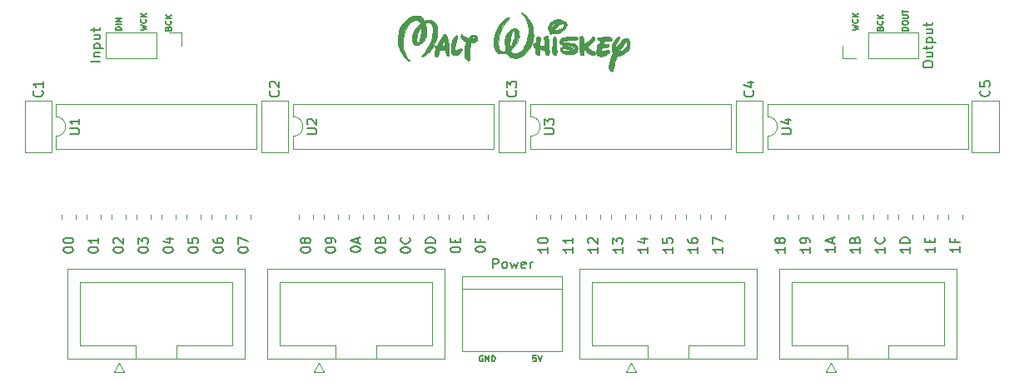
<source format=gbr>
%TF.GenerationSoftware,KiCad,Pcbnew,(5.1.7-0-10_14)*%
%TF.CreationDate,2020-10-16T13:11:49+02:00*%
%TF.ProjectId,32Bit shift register,33324269-7420-4736-9869-667420726567,rev?*%
%TF.SameCoordinates,Original*%
%TF.FileFunction,Legend,Top*%
%TF.FilePolarity,Positive*%
%FSLAX46Y46*%
G04 Gerber Fmt 4.6, Leading zero omitted, Abs format (unit mm)*
G04 Created by KiCad (PCBNEW (5.1.7-0-10_14)) date 2020-10-16 13:11:49*
%MOMM*%
%LPD*%
G01*
G04 APERTURE LIST*
%ADD10C,0.150000*%
%ADD11C,0.010000*%
%ADD12C,0.120000*%
G04 APERTURE END LIST*
D10*
X103047857Y-76662000D02*
X102990714Y-76633428D01*
X102905000Y-76633428D01*
X102819285Y-76662000D01*
X102762142Y-76719142D01*
X102733571Y-76776285D01*
X102705000Y-76890571D01*
X102705000Y-76976285D01*
X102733571Y-77090571D01*
X102762142Y-77147714D01*
X102819285Y-77204857D01*
X102905000Y-77233428D01*
X102962142Y-77233428D01*
X103047857Y-77204857D01*
X103076428Y-77176285D01*
X103076428Y-76976285D01*
X102962142Y-76976285D01*
X103333571Y-77233428D02*
X103333571Y-76633428D01*
X103676428Y-77233428D01*
X103676428Y-76633428D01*
X103962142Y-77233428D02*
X103962142Y-76633428D01*
X104105000Y-76633428D01*
X104190714Y-76662000D01*
X104247857Y-76719142D01*
X104276428Y-76776285D01*
X104305000Y-76890571D01*
X104305000Y-76976285D01*
X104276428Y-77090571D01*
X104247857Y-77147714D01*
X104190714Y-77204857D01*
X104105000Y-77233428D01*
X103962142Y-77233428D01*
X108470714Y-76633428D02*
X108185000Y-76633428D01*
X108156428Y-76919142D01*
X108185000Y-76890571D01*
X108242142Y-76862000D01*
X108385000Y-76862000D01*
X108442142Y-76890571D01*
X108470714Y-76919142D01*
X108499285Y-76976285D01*
X108499285Y-77119142D01*
X108470714Y-77176285D01*
X108442142Y-77204857D01*
X108385000Y-77233428D01*
X108242142Y-77233428D01*
X108185000Y-77204857D01*
X108156428Y-77176285D01*
X108670714Y-76633428D02*
X108870714Y-77233428D01*
X109070714Y-76633428D01*
X146321428Y-43559285D02*
X145721428Y-43559285D01*
X145721428Y-43416428D01*
X145750000Y-43330714D01*
X145807142Y-43273571D01*
X145864285Y-43245000D01*
X145978571Y-43216428D01*
X146064285Y-43216428D01*
X146178571Y-43245000D01*
X146235714Y-43273571D01*
X146292857Y-43330714D01*
X146321428Y-43416428D01*
X146321428Y-43559285D01*
X145721428Y-42845000D02*
X145721428Y-42730714D01*
X145750000Y-42673571D01*
X145807142Y-42616428D01*
X145921428Y-42587857D01*
X146121428Y-42587857D01*
X146235714Y-42616428D01*
X146292857Y-42673571D01*
X146321428Y-42730714D01*
X146321428Y-42845000D01*
X146292857Y-42902142D01*
X146235714Y-42959285D01*
X146121428Y-42987857D01*
X145921428Y-42987857D01*
X145807142Y-42959285D01*
X145750000Y-42902142D01*
X145721428Y-42845000D01*
X145721428Y-42330714D02*
X146207142Y-42330714D01*
X146264285Y-42302142D01*
X146292857Y-42273571D01*
X146321428Y-42216428D01*
X146321428Y-42102142D01*
X146292857Y-42045000D01*
X146264285Y-42016428D01*
X146207142Y-41987857D01*
X145721428Y-41987857D01*
X145721428Y-41787857D02*
X145721428Y-41445000D01*
X146321428Y-41616428D02*
X145721428Y-41616428D01*
X143467142Y-43356142D02*
X143495714Y-43270428D01*
X143524285Y-43241857D01*
X143581428Y-43213285D01*
X143667142Y-43213285D01*
X143724285Y-43241857D01*
X143752857Y-43270428D01*
X143781428Y-43327571D01*
X143781428Y-43556142D01*
X143181428Y-43556142D01*
X143181428Y-43356142D01*
X143210000Y-43299000D01*
X143238571Y-43270428D01*
X143295714Y-43241857D01*
X143352857Y-43241857D01*
X143410000Y-43270428D01*
X143438571Y-43299000D01*
X143467142Y-43356142D01*
X143467142Y-43556142D01*
X143724285Y-42613285D02*
X143752857Y-42641857D01*
X143781428Y-42727571D01*
X143781428Y-42784714D01*
X143752857Y-42870428D01*
X143695714Y-42927571D01*
X143638571Y-42956142D01*
X143524285Y-42984714D01*
X143438571Y-42984714D01*
X143324285Y-42956142D01*
X143267142Y-42927571D01*
X143210000Y-42870428D01*
X143181428Y-42784714D01*
X143181428Y-42727571D01*
X143210000Y-42641857D01*
X143238571Y-42613285D01*
X143781428Y-42356142D02*
X143181428Y-42356142D01*
X143781428Y-42013285D02*
X143438571Y-42270428D01*
X143181428Y-42013285D02*
X143524285Y-42356142D01*
X140641428Y-43529142D02*
X141241428Y-43386285D01*
X140812857Y-43272000D01*
X141241428Y-43157714D01*
X140641428Y-43014857D01*
X141184285Y-42443428D02*
X141212857Y-42472000D01*
X141241428Y-42557714D01*
X141241428Y-42614857D01*
X141212857Y-42700571D01*
X141155714Y-42757714D01*
X141098571Y-42786285D01*
X140984285Y-42814857D01*
X140898571Y-42814857D01*
X140784285Y-42786285D01*
X140727142Y-42757714D01*
X140670000Y-42700571D01*
X140641428Y-42614857D01*
X140641428Y-42557714D01*
X140670000Y-42472000D01*
X140698571Y-42443428D01*
X141241428Y-42186285D02*
X140641428Y-42186285D01*
X141241428Y-41843428D02*
X140898571Y-42100571D01*
X140641428Y-41843428D02*
X140984285Y-42186285D01*
X71077142Y-43356142D02*
X71105714Y-43270428D01*
X71134285Y-43241857D01*
X71191428Y-43213285D01*
X71277142Y-43213285D01*
X71334285Y-43241857D01*
X71362857Y-43270428D01*
X71391428Y-43327571D01*
X71391428Y-43556142D01*
X70791428Y-43556142D01*
X70791428Y-43356142D01*
X70820000Y-43299000D01*
X70848571Y-43270428D01*
X70905714Y-43241857D01*
X70962857Y-43241857D01*
X71020000Y-43270428D01*
X71048571Y-43299000D01*
X71077142Y-43356142D01*
X71077142Y-43556142D01*
X71334285Y-42613285D02*
X71362857Y-42641857D01*
X71391428Y-42727571D01*
X71391428Y-42784714D01*
X71362857Y-42870428D01*
X71305714Y-42927571D01*
X71248571Y-42956142D01*
X71134285Y-42984714D01*
X71048571Y-42984714D01*
X70934285Y-42956142D01*
X70877142Y-42927571D01*
X70820000Y-42870428D01*
X70791428Y-42784714D01*
X70791428Y-42727571D01*
X70820000Y-42641857D01*
X70848571Y-42613285D01*
X71391428Y-42356142D02*
X70791428Y-42356142D01*
X71391428Y-42013285D02*
X71048571Y-42270428D01*
X70791428Y-42013285D02*
X71134285Y-42356142D01*
X68251428Y-43529142D02*
X68851428Y-43386285D01*
X68422857Y-43272000D01*
X68851428Y-43157714D01*
X68251428Y-43014857D01*
X68794285Y-42443428D02*
X68822857Y-42472000D01*
X68851428Y-42557714D01*
X68851428Y-42614857D01*
X68822857Y-42700571D01*
X68765714Y-42757714D01*
X68708571Y-42786285D01*
X68594285Y-42814857D01*
X68508571Y-42814857D01*
X68394285Y-42786285D01*
X68337142Y-42757714D01*
X68280000Y-42700571D01*
X68251428Y-42614857D01*
X68251428Y-42557714D01*
X68280000Y-42472000D01*
X68308571Y-42443428D01*
X68851428Y-42186285D02*
X68251428Y-42186285D01*
X68851428Y-41843428D02*
X68508571Y-42100571D01*
X68251428Y-41843428D02*
X68594285Y-42186285D01*
X66311428Y-43540285D02*
X65711428Y-43540285D01*
X65711428Y-43397428D01*
X65740000Y-43311714D01*
X65797142Y-43254571D01*
X65854285Y-43226000D01*
X65968571Y-43197428D01*
X66054285Y-43197428D01*
X66168571Y-43226000D01*
X66225714Y-43254571D01*
X66282857Y-43311714D01*
X66311428Y-43397428D01*
X66311428Y-43540285D01*
X66311428Y-42940285D02*
X65711428Y-42940285D01*
X66311428Y-42654571D02*
X65711428Y-42654571D01*
X66311428Y-42311714D01*
X65711428Y-42311714D01*
D11*
%TO.C,G\u002A\u002A\u002A*%
G36*
X116879062Y-44153018D02*
G01*
X116885317Y-44156472D01*
X116922227Y-44204940D01*
X116939485Y-44278844D01*
X116939038Y-44325285D01*
X116926741Y-44375243D01*
X116898296Y-44438173D01*
X116849410Y-44523533D01*
X116775787Y-44640778D01*
X116773354Y-44644571D01*
X116701771Y-44758492D01*
X116636294Y-44866982D01*
X116584254Y-44957626D01*
X116553363Y-45017161D01*
X116531144Y-45080329D01*
X116510907Y-45161426D01*
X116494965Y-45246426D01*
X116485630Y-45321301D01*
X116485218Y-45372025D01*
X116492557Y-45385800D01*
X116512542Y-45367310D01*
X116558003Y-45316813D01*
X116622432Y-45241765D01*
X116699316Y-45149623D01*
X116708760Y-45138150D01*
X116903448Y-44910464D01*
X117083527Y-44718484D01*
X117247069Y-44563863D01*
X117392146Y-44448252D01*
X117516829Y-44373304D01*
X117619191Y-44340672D01*
X117640839Y-44339320D01*
X117723432Y-44351481D01*
X117796134Y-44380867D01*
X117798072Y-44382111D01*
X117869868Y-44455806D01*
X117929055Y-44568099D01*
X117973395Y-44707857D01*
X118000649Y-44863950D01*
X118008579Y-45025246D01*
X117994948Y-45180611D01*
X117975705Y-45265610D01*
X117905071Y-45429638D01*
X117792451Y-45593708D01*
X117646028Y-45749906D01*
X117473988Y-45890315D01*
X117284517Y-46007021D01*
X117141869Y-46071941D01*
X117034060Y-46108483D01*
X116928909Y-46135495D01*
X116846709Y-46147899D01*
X116837069Y-46148188D01*
X116761105Y-46153309D01*
X116704068Y-46165620D01*
X116693774Y-46170453D01*
X116674755Y-46202349D01*
X116645571Y-46276631D01*
X116608280Y-46386376D01*
X116564937Y-46524659D01*
X116517599Y-46684559D01*
X116468322Y-46859152D01*
X116419162Y-47041514D01*
X116372176Y-47224724D01*
X116334568Y-47379835D01*
X116299820Y-47524412D01*
X116271523Y-47625034D01*
X116244875Y-47687285D01*
X116215074Y-47716746D01*
X116177320Y-47719001D01*
X116126811Y-47699635D01*
X116080203Y-47675623D01*
X115980059Y-47594841D01*
X115909714Y-47479070D01*
X115873671Y-47337378D01*
X115870073Y-47252700D01*
X115880430Y-47150516D01*
X115905297Y-47011362D01*
X115941956Y-46846056D01*
X115987689Y-46665418D01*
X116039779Y-46480267D01*
X116095507Y-46301422D01*
X116144422Y-46160500D01*
X116193783Y-46025040D01*
X116227004Y-45926849D01*
X116245753Y-45855620D01*
X116251696Y-45801045D01*
X116246503Y-45752817D01*
X116231839Y-45700627D01*
X116223054Y-45674453D01*
X116222276Y-45670549D01*
X116963622Y-45670549D01*
X117049161Y-45653488D01*
X117117237Y-45633378D01*
X117208979Y-45598071D01*
X117291794Y-45561137D01*
X117456640Y-45458106D01*
X117590701Y-45325334D01*
X117688574Y-45170743D01*
X117744856Y-45002256D01*
X117756611Y-44879539D01*
X117745959Y-44785929D01*
X117714547Y-44736737D01*
X117661696Y-44732055D01*
X117586730Y-44771979D01*
X117488972Y-44856601D01*
X117421771Y-44925974D01*
X117295057Y-45081476D01*
X117175226Y-45269004D01*
X117111468Y-45385996D01*
X116963622Y-45670549D01*
X116222276Y-45670549D01*
X116187664Y-45497063D01*
X116191869Y-45298787D01*
X116233145Y-45087131D01*
X116308963Y-44869605D01*
X116416796Y-44653714D01*
X116554119Y-44446967D01*
X116690459Y-44285807D01*
X116765420Y-44208962D01*
X116816077Y-44165041D01*
X116851075Y-44148306D01*
X116879062Y-44153018D01*
G37*
X116879062Y-44153018D02*
X116885317Y-44156472D01*
X116922227Y-44204940D01*
X116939485Y-44278844D01*
X116939038Y-44325285D01*
X116926741Y-44375243D01*
X116898296Y-44438173D01*
X116849410Y-44523533D01*
X116775787Y-44640778D01*
X116773354Y-44644571D01*
X116701771Y-44758492D01*
X116636294Y-44866982D01*
X116584254Y-44957626D01*
X116553363Y-45017161D01*
X116531144Y-45080329D01*
X116510907Y-45161426D01*
X116494965Y-45246426D01*
X116485630Y-45321301D01*
X116485218Y-45372025D01*
X116492557Y-45385800D01*
X116512542Y-45367310D01*
X116558003Y-45316813D01*
X116622432Y-45241765D01*
X116699316Y-45149623D01*
X116708760Y-45138150D01*
X116903448Y-44910464D01*
X117083527Y-44718484D01*
X117247069Y-44563863D01*
X117392146Y-44448252D01*
X117516829Y-44373304D01*
X117619191Y-44340672D01*
X117640839Y-44339320D01*
X117723432Y-44351481D01*
X117796134Y-44380867D01*
X117798072Y-44382111D01*
X117869868Y-44455806D01*
X117929055Y-44568099D01*
X117973395Y-44707857D01*
X118000649Y-44863950D01*
X118008579Y-45025246D01*
X117994948Y-45180611D01*
X117975705Y-45265610D01*
X117905071Y-45429638D01*
X117792451Y-45593708D01*
X117646028Y-45749906D01*
X117473988Y-45890315D01*
X117284517Y-46007021D01*
X117141869Y-46071941D01*
X117034060Y-46108483D01*
X116928909Y-46135495D01*
X116846709Y-46147899D01*
X116837069Y-46148188D01*
X116761105Y-46153309D01*
X116704068Y-46165620D01*
X116693774Y-46170453D01*
X116674755Y-46202349D01*
X116645571Y-46276631D01*
X116608280Y-46386376D01*
X116564937Y-46524659D01*
X116517599Y-46684559D01*
X116468322Y-46859152D01*
X116419162Y-47041514D01*
X116372176Y-47224724D01*
X116334568Y-47379835D01*
X116299820Y-47524412D01*
X116271523Y-47625034D01*
X116244875Y-47687285D01*
X116215074Y-47716746D01*
X116177320Y-47719001D01*
X116126811Y-47699635D01*
X116080203Y-47675623D01*
X115980059Y-47594841D01*
X115909714Y-47479070D01*
X115873671Y-47337378D01*
X115870073Y-47252700D01*
X115880430Y-47150516D01*
X115905297Y-47011362D01*
X115941956Y-46846056D01*
X115987689Y-46665418D01*
X116039779Y-46480267D01*
X116095507Y-46301422D01*
X116144422Y-46160500D01*
X116193783Y-46025040D01*
X116227004Y-45926849D01*
X116245753Y-45855620D01*
X116251696Y-45801045D01*
X116246503Y-45752817D01*
X116231839Y-45700627D01*
X116223054Y-45674453D01*
X116222276Y-45670549D01*
X116963622Y-45670549D01*
X117049161Y-45653488D01*
X117117237Y-45633378D01*
X117208979Y-45598071D01*
X117291794Y-45561137D01*
X117456640Y-45458106D01*
X117590701Y-45325334D01*
X117688574Y-45170743D01*
X117744856Y-45002256D01*
X117756611Y-44879539D01*
X117745959Y-44785929D01*
X117714547Y-44736737D01*
X117661696Y-44732055D01*
X117586730Y-44771979D01*
X117488972Y-44856601D01*
X117421771Y-44925974D01*
X117295057Y-45081476D01*
X117175226Y-45269004D01*
X117111468Y-45385996D01*
X116963622Y-45670549D01*
X116222276Y-45670549D01*
X116187664Y-45497063D01*
X116191869Y-45298787D01*
X116233145Y-45087131D01*
X116308963Y-44869605D01*
X116416796Y-44653714D01*
X116554119Y-44446967D01*
X116690459Y-44285807D01*
X116765420Y-44208962D01*
X116816077Y-44165041D01*
X116851075Y-44148306D01*
X116879062Y-44153018D01*
G36*
X96473138Y-42048795D02*
G01*
X96612743Y-42082012D01*
X96671175Y-42106618D01*
X96790327Y-42182726D01*
X96909676Y-42283504D01*
X97011386Y-42392683D01*
X97060242Y-42461530D01*
X97095615Y-42520101D01*
X97118083Y-42556743D01*
X97121180Y-42561553D01*
X97146389Y-42559284D01*
X97206060Y-42545373D01*
X97269514Y-42527900D01*
X97492185Y-42485332D01*
X97699625Y-42489877D01*
X97888609Y-42540007D01*
X98055912Y-42634192D01*
X98198309Y-42770906D01*
X98312575Y-42948620D01*
X98354063Y-43041829D01*
X98387144Y-43160811D01*
X98410524Y-43316949D01*
X98423766Y-43497455D01*
X98426436Y-43689538D01*
X98418101Y-43880407D01*
X98398325Y-44057273D01*
X98390193Y-44105170D01*
X98312472Y-44425242D01*
X98200132Y-44748056D01*
X98059714Y-45057837D01*
X97897759Y-45338806D01*
X97848716Y-45411200D01*
X97737743Y-45555191D01*
X97609851Y-45698600D01*
X97472434Y-45835038D01*
X97332886Y-45958120D01*
X97198603Y-46061457D01*
X97076980Y-46138662D01*
X96975411Y-46183348D01*
X96947136Y-46189938D01*
X96874169Y-46194218D01*
X96839535Y-46175811D01*
X96843605Y-46132638D01*
X96886750Y-46062617D01*
X96969342Y-45963671D01*
X96991975Y-45938759D01*
X97193222Y-45694864D01*
X97384784Y-45415604D01*
X97557585Y-45116410D01*
X97702550Y-44812714D01*
X97791704Y-44578920D01*
X97868262Y-44314726D01*
X97925482Y-44043588D01*
X97962203Y-43776236D01*
X97977262Y-43523400D01*
X97969498Y-43295811D01*
X97947065Y-43143719D01*
X97899393Y-43002372D01*
X97824774Y-42879966D01*
X97731728Y-42788221D01*
X97659624Y-42748301D01*
X97554607Y-42727040D01*
X97439066Y-42732058D01*
X97334630Y-42760888D01*
X97282909Y-42791261D01*
X97254795Y-42817637D01*
X97241206Y-42847803D01*
X97240542Y-42895550D01*
X97251203Y-42974670D01*
X97257279Y-43012119D01*
X97268936Y-43103344D01*
X97280629Y-43230236D01*
X97291170Y-43377677D01*
X97299376Y-43530548D01*
X97300995Y-43569700D01*
X97305046Y-43787517D01*
X97297364Y-43966948D01*
X97276014Y-44119451D01*
X97239058Y-44256486D01*
X97184561Y-44389513D01*
X97151195Y-44456083D01*
X97043800Y-44622533D01*
X96910082Y-44770741D01*
X96758810Y-44894354D01*
X96598752Y-44987017D01*
X96438679Y-45042379D01*
X96323689Y-45055600D01*
X96242569Y-45052886D01*
X96187090Y-45038695D01*
X96137119Y-45003951D01*
X96077215Y-44944474D01*
X95979724Y-44814952D01*
X95913568Y-44659308D01*
X95880426Y-44493933D01*
X96333126Y-44493933D01*
X96337234Y-44616452D01*
X96347910Y-44712877D01*
X96364743Y-44769850D01*
X96415794Y-44816967D01*
X96480544Y-44824094D01*
X96541410Y-44791269D01*
X96559147Y-44769434D01*
X96619244Y-44649485D01*
X96672902Y-44486287D01*
X96718655Y-44287146D01*
X96755040Y-44059370D01*
X96780591Y-43810264D01*
X96791988Y-43607800D01*
X96806356Y-43214100D01*
X96716361Y-43315700D01*
X96640157Y-43418311D01*
X96559866Y-43554022D01*
X96483631Y-43706628D01*
X96419594Y-43859923D01*
X96378151Y-43988800D01*
X96358098Y-44092751D01*
X96343769Y-44219787D01*
X96335374Y-44357612D01*
X96333126Y-44493933D01*
X95880426Y-44493933D01*
X95875470Y-44469208D01*
X95870174Y-44417952D01*
X95874674Y-44193428D01*
X95924547Y-43957541D01*
X96017211Y-43715686D01*
X96150085Y-43473259D01*
X96320585Y-43235657D01*
X96526130Y-43008275D01*
X96561159Y-42974102D01*
X96731915Y-42810305D01*
X96685756Y-42724592D01*
X96604491Y-42625210D01*
X96486796Y-42553126D01*
X96341713Y-42512984D01*
X96260848Y-42506323D01*
X96087498Y-42525387D01*
X95917763Y-42591109D01*
X95748947Y-42704869D01*
X95599342Y-42845464D01*
X95411040Y-43076240D01*
X95253607Y-43337955D01*
X95125062Y-43634704D01*
X95023425Y-43970583D01*
X94994144Y-44096746D01*
X94966774Y-44259854D01*
X94947327Y-44451135D01*
X94935900Y-44658357D01*
X94932592Y-44869291D01*
X94937500Y-45071705D01*
X94950722Y-45253368D01*
X94972356Y-45402051D01*
X94983320Y-45449300D01*
X95077279Y-45748862D01*
X95189098Y-46007844D01*
X95323171Y-46234648D01*
X95483893Y-46437676D01*
X95521274Y-46477902D01*
X95599050Y-46566117D01*
X95635670Y-46624565D01*
X95631119Y-46653280D01*
X95585381Y-46652294D01*
X95498443Y-46621639D01*
X95463546Y-46606309D01*
X95344579Y-46532983D01*
X95214908Y-46419253D01*
X95080805Y-46272597D01*
X94948542Y-46100490D01*
X94824389Y-45910408D01*
X94719074Y-45718800D01*
X94570183Y-45366528D01*
X94471625Y-45007463D01*
X94423422Y-44641825D01*
X94425593Y-44269836D01*
X94478159Y-43891717D01*
X94530630Y-43673710D01*
X94639001Y-43363763D01*
X94784786Y-43074123D01*
X94963689Y-42809476D01*
X95171411Y-42574505D01*
X95403658Y-42373896D01*
X95656133Y-42212335D01*
X95924539Y-42094506D01*
X96001096Y-42070240D01*
X96149652Y-42041950D01*
X96312887Y-42035121D01*
X96473138Y-42048795D01*
G37*
X96473138Y-42048795D02*
X96612743Y-42082012D01*
X96671175Y-42106618D01*
X96790327Y-42182726D01*
X96909676Y-42283504D01*
X97011386Y-42392683D01*
X97060242Y-42461530D01*
X97095615Y-42520101D01*
X97118083Y-42556743D01*
X97121180Y-42561553D01*
X97146389Y-42559284D01*
X97206060Y-42545373D01*
X97269514Y-42527900D01*
X97492185Y-42485332D01*
X97699625Y-42489877D01*
X97888609Y-42540007D01*
X98055912Y-42634192D01*
X98198309Y-42770906D01*
X98312575Y-42948620D01*
X98354063Y-43041829D01*
X98387144Y-43160811D01*
X98410524Y-43316949D01*
X98423766Y-43497455D01*
X98426436Y-43689538D01*
X98418101Y-43880407D01*
X98398325Y-44057273D01*
X98390193Y-44105170D01*
X98312472Y-44425242D01*
X98200132Y-44748056D01*
X98059714Y-45057837D01*
X97897759Y-45338806D01*
X97848716Y-45411200D01*
X97737743Y-45555191D01*
X97609851Y-45698600D01*
X97472434Y-45835038D01*
X97332886Y-45958120D01*
X97198603Y-46061457D01*
X97076980Y-46138662D01*
X96975411Y-46183348D01*
X96947136Y-46189938D01*
X96874169Y-46194218D01*
X96839535Y-46175811D01*
X96843605Y-46132638D01*
X96886750Y-46062617D01*
X96969342Y-45963671D01*
X96991975Y-45938759D01*
X97193222Y-45694864D01*
X97384784Y-45415604D01*
X97557585Y-45116410D01*
X97702550Y-44812714D01*
X97791704Y-44578920D01*
X97868262Y-44314726D01*
X97925482Y-44043588D01*
X97962203Y-43776236D01*
X97977262Y-43523400D01*
X97969498Y-43295811D01*
X97947065Y-43143719D01*
X97899393Y-43002372D01*
X97824774Y-42879966D01*
X97731728Y-42788221D01*
X97659624Y-42748301D01*
X97554607Y-42727040D01*
X97439066Y-42732058D01*
X97334630Y-42760888D01*
X97282909Y-42791261D01*
X97254795Y-42817637D01*
X97241206Y-42847803D01*
X97240542Y-42895550D01*
X97251203Y-42974670D01*
X97257279Y-43012119D01*
X97268936Y-43103344D01*
X97280629Y-43230236D01*
X97291170Y-43377677D01*
X97299376Y-43530548D01*
X97300995Y-43569700D01*
X97305046Y-43787517D01*
X97297364Y-43966948D01*
X97276014Y-44119451D01*
X97239058Y-44256486D01*
X97184561Y-44389513D01*
X97151195Y-44456083D01*
X97043800Y-44622533D01*
X96910082Y-44770741D01*
X96758810Y-44894354D01*
X96598752Y-44987017D01*
X96438679Y-45042379D01*
X96323689Y-45055600D01*
X96242569Y-45052886D01*
X96187090Y-45038695D01*
X96137119Y-45003951D01*
X96077215Y-44944474D01*
X95979724Y-44814952D01*
X95913568Y-44659308D01*
X95880426Y-44493933D01*
X96333126Y-44493933D01*
X96337234Y-44616452D01*
X96347910Y-44712877D01*
X96364743Y-44769850D01*
X96415794Y-44816967D01*
X96480544Y-44824094D01*
X96541410Y-44791269D01*
X96559147Y-44769434D01*
X96619244Y-44649485D01*
X96672902Y-44486287D01*
X96718655Y-44287146D01*
X96755040Y-44059370D01*
X96780591Y-43810264D01*
X96791988Y-43607800D01*
X96806356Y-43214100D01*
X96716361Y-43315700D01*
X96640157Y-43418311D01*
X96559866Y-43554022D01*
X96483631Y-43706628D01*
X96419594Y-43859923D01*
X96378151Y-43988800D01*
X96358098Y-44092751D01*
X96343769Y-44219787D01*
X96335374Y-44357612D01*
X96333126Y-44493933D01*
X95880426Y-44493933D01*
X95875470Y-44469208D01*
X95870174Y-44417952D01*
X95874674Y-44193428D01*
X95924547Y-43957541D01*
X96017211Y-43715686D01*
X96150085Y-43473259D01*
X96320585Y-43235657D01*
X96526130Y-43008275D01*
X96561159Y-42974102D01*
X96731915Y-42810305D01*
X96685756Y-42724592D01*
X96604491Y-42625210D01*
X96486796Y-42553126D01*
X96341713Y-42512984D01*
X96260848Y-42506323D01*
X96087498Y-42525387D01*
X95917763Y-42591109D01*
X95748947Y-42704869D01*
X95599342Y-42845464D01*
X95411040Y-43076240D01*
X95253607Y-43337955D01*
X95125062Y-43634704D01*
X95023425Y-43970583D01*
X94994144Y-44096746D01*
X94966774Y-44259854D01*
X94947327Y-44451135D01*
X94935900Y-44658357D01*
X94932592Y-44869291D01*
X94937500Y-45071705D01*
X94950722Y-45253368D01*
X94972356Y-45402051D01*
X94983320Y-45449300D01*
X95077279Y-45748862D01*
X95189098Y-46007844D01*
X95323171Y-46234648D01*
X95483893Y-46437676D01*
X95521274Y-46477902D01*
X95599050Y-46566117D01*
X95635670Y-46624565D01*
X95631119Y-46653280D01*
X95585381Y-46652294D01*
X95498443Y-46621639D01*
X95463546Y-46606309D01*
X95344579Y-46532983D01*
X95214908Y-46419253D01*
X95080805Y-46272597D01*
X94948542Y-46100490D01*
X94824389Y-45910408D01*
X94719074Y-45718800D01*
X94570183Y-45366528D01*
X94471625Y-45007463D01*
X94423422Y-44641825D01*
X94425593Y-44269836D01*
X94478159Y-43891717D01*
X94530630Y-43673710D01*
X94639001Y-43363763D01*
X94784786Y-43074123D01*
X94963689Y-42809476D01*
X95171411Y-42574505D01*
X95403658Y-42373896D01*
X95656133Y-42212335D01*
X95924539Y-42094506D01*
X96001096Y-42070240D01*
X96149652Y-42041950D01*
X96312887Y-42035121D01*
X96473138Y-42048795D01*
G36*
X100943499Y-43926660D02*
G01*
X100965081Y-43972399D01*
X100967914Y-44007052D01*
X100984348Y-44069952D01*
X101039700Y-44123076D01*
X101050464Y-44130164D01*
X101192361Y-44204245D01*
X101361143Y-44266451D01*
X101466514Y-44294410D01*
X101583315Y-44320585D01*
X101719688Y-44191609D01*
X101841374Y-44089026D01*
X101952835Y-44025343D01*
X102067292Y-43994392D01*
X102154234Y-43988894D01*
X102290867Y-44009392D01*
X102396550Y-44069625D01*
X102469958Y-44168066D01*
X102509767Y-44303184D01*
X102517000Y-44407928D01*
X102513659Y-44495866D01*
X102498453Y-44554365D01*
X102463605Y-44604622D01*
X102433112Y-44636567D01*
X102329977Y-44710413D01*
X102193885Y-44765687D01*
X102040987Y-44796805D01*
X101955694Y-44801600D01*
X101835409Y-44801600D01*
X101809762Y-44922250D01*
X101777336Y-45097399D01*
X101753103Y-45283276D01*
X101736283Y-45489657D01*
X101726096Y-45726315D01*
X101721760Y-46003025D01*
X101721650Y-46025419D01*
X101719299Y-46576138D01*
X101659754Y-46603269D01*
X101602616Y-46624452D01*
X101553534Y-46624827D01*
X101494595Y-46601402D01*
X101430836Y-46565032D01*
X101347079Y-46503550D01*
X101284175Y-46428122D01*
X101239714Y-46331493D01*
X101211287Y-46206407D01*
X101196485Y-46045608D01*
X101192868Y-45848288D01*
X101203958Y-45583173D01*
X101233368Y-45317352D01*
X101278626Y-45068650D01*
X101325669Y-44890500D01*
X101350615Y-44808331D01*
X101367993Y-44746461D01*
X101373672Y-44720680D01*
X101352876Y-44701504D01*
X101297883Y-44667526D01*
X101220310Y-44625886D01*
X101215250Y-44623330D01*
X101052414Y-44525364D01*
X100926440Y-44415887D01*
X100872645Y-44342730D01*
X101958200Y-44342730D01*
X101979780Y-44363717D01*
X102034575Y-44368475D01*
X102107663Y-44357011D01*
X102153349Y-44342632D01*
X102245722Y-44295681D01*
X102290876Y-44243937D01*
X102287032Y-44189451D01*
X102286689Y-44188802D01*
X102242580Y-44151883D01*
X102177528Y-44147306D01*
X102104062Y-44169200D01*
X102034711Y-44211694D01*
X101982004Y-44268917D01*
X101958469Y-44334998D01*
X101958200Y-44342730D01*
X100872645Y-44342730D01*
X100840858Y-44299503D01*
X100799195Y-44180818D01*
X100800784Y-44082394D01*
X100827900Y-44000330D01*
X100866398Y-43944462D01*
X100907768Y-43918627D01*
X100943499Y-43926660D01*
G37*
X100943499Y-43926660D02*
X100965081Y-43972399D01*
X100967914Y-44007052D01*
X100984348Y-44069952D01*
X101039700Y-44123076D01*
X101050464Y-44130164D01*
X101192361Y-44204245D01*
X101361143Y-44266451D01*
X101466514Y-44294410D01*
X101583315Y-44320585D01*
X101719688Y-44191609D01*
X101841374Y-44089026D01*
X101952835Y-44025343D01*
X102067292Y-43994392D01*
X102154234Y-43988894D01*
X102290867Y-44009392D01*
X102396550Y-44069625D01*
X102469958Y-44168066D01*
X102509767Y-44303184D01*
X102517000Y-44407928D01*
X102513659Y-44495866D01*
X102498453Y-44554365D01*
X102463605Y-44604622D01*
X102433112Y-44636567D01*
X102329977Y-44710413D01*
X102193885Y-44765687D01*
X102040987Y-44796805D01*
X101955694Y-44801600D01*
X101835409Y-44801600D01*
X101809762Y-44922250D01*
X101777336Y-45097399D01*
X101753103Y-45283276D01*
X101736283Y-45489657D01*
X101726096Y-45726315D01*
X101721760Y-46003025D01*
X101721650Y-46025419D01*
X101719299Y-46576138D01*
X101659754Y-46603269D01*
X101602616Y-46624452D01*
X101553534Y-46624827D01*
X101494595Y-46601402D01*
X101430836Y-46565032D01*
X101347079Y-46503550D01*
X101284175Y-46428122D01*
X101239714Y-46331493D01*
X101211287Y-46206407D01*
X101196485Y-46045608D01*
X101192868Y-45848288D01*
X101203958Y-45583173D01*
X101233368Y-45317352D01*
X101278626Y-45068650D01*
X101325669Y-44890500D01*
X101350615Y-44808331D01*
X101367993Y-44746461D01*
X101373672Y-44720680D01*
X101352876Y-44701504D01*
X101297883Y-44667526D01*
X101220310Y-44625886D01*
X101215250Y-44623330D01*
X101052414Y-44525364D01*
X100926440Y-44415887D01*
X100872645Y-44342730D01*
X101958200Y-44342730D01*
X101979780Y-44363717D01*
X102034575Y-44368475D01*
X102107663Y-44357011D01*
X102153349Y-44342632D01*
X102245722Y-44295681D01*
X102290876Y-44243937D01*
X102287032Y-44189451D01*
X102286689Y-44188802D01*
X102242580Y-44151883D01*
X102177528Y-44147306D01*
X102104062Y-44169200D01*
X102034711Y-44211694D01*
X101982004Y-44268917D01*
X101958469Y-44334998D01*
X101958200Y-44342730D01*
X100872645Y-44342730D01*
X100840858Y-44299503D01*
X100799195Y-44180818D01*
X100800784Y-44082394D01*
X100827900Y-44000330D01*
X100866398Y-43944462D01*
X100907768Y-43918627D01*
X100943499Y-43926660D01*
G36*
X107156149Y-41798224D02*
G01*
X107260441Y-41865539D01*
X107373486Y-41958774D01*
X107488617Y-42072610D01*
X107599167Y-42201728D01*
X107668173Y-42295326D01*
X107871398Y-42631162D01*
X108026947Y-42978827D01*
X108134139Y-43335686D01*
X108192294Y-43699108D01*
X108200731Y-44066460D01*
X108182194Y-44283328D01*
X108114049Y-44648412D01*
X108005506Y-44988623D01*
X107858195Y-45301166D01*
X107673748Y-45583247D01*
X107453795Y-45832070D01*
X107199967Y-46044842D01*
X107123640Y-46097188D01*
X106906875Y-46219695D01*
X106686686Y-46307596D01*
X106470479Y-46359396D01*
X106265661Y-46373598D01*
X106079637Y-46348708D01*
X106002363Y-46323697D01*
X105907013Y-46273876D01*
X105801625Y-46199871D01*
X105698834Y-46112722D01*
X105611271Y-46023468D01*
X105551571Y-45943149D01*
X105539678Y-45919389D01*
X105515790Y-45867208D01*
X105500306Y-45843179D01*
X105499657Y-45843000D01*
X105472611Y-45848883D01*
X105410966Y-45864148D01*
X105345002Y-45881100D01*
X105241995Y-45900694D01*
X105116651Y-45914444D01*
X105004920Y-45919200D01*
X104891454Y-45915798D01*
X104805001Y-45902106D01*
X104722026Y-45872887D01*
X104655674Y-45841526D01*
X104530660Y-45767707D01*
X104433704Y-45680472D01*
X104352491Y-45566554D01*
X104291470Y-45449189D01*
X104228840Y-45290144D01*
X104189630Y-45123414D01*
X104170834Y-44933287D01*
X104168102Y-44804483D01*
X104192145Y-44444906D01*
X104261749Y-44085339D01*
X104373625Y-43732658D01*
X104524484Y-43393744D01*
X104711036Y-43075476D01*
X104929993Y-42784731D01*
X105178067Y-42528390D01*
X105309496Y-42417235D01*
X105446847Y-42317461D01*
X105563612Y-42248593D01*
X105656611Y-42209818D01*
X105722661Y-42200319D01*
X105758581Y-42219280D01*
X105761190Y-42265888D01*
X105727306Y-42339326D01*
X105653747Y-42438779D01*
X105605628Y-42493129D01*
X105361516Y-42790309D01*
X105143042Y-43123804D01*
X104955469Y-43483398D01*
X104804060Y-43858871D01*
X104694076Y-44240006D01*
X104684936Y-44280900D01*
X104662714Y-44412501D01*
X104645739Y-44570662D01*
X104634543Y-44741428D01*
X104629658Y-44910842D01*
X104631616Y-45064952D01*
X104640950Y-45189802D01*
X104648483Y-45236578D01*
X104700887Y-45402602D01*
X104779885Y-45533493D01*
X104881993Y-45624267D01*
X104939138Y-45652489D01*
X105060766Y-45680419D01*
X105184733Y-45677822D01*
X105293022Y-45646248D01*
X105338014Y-45618199D01*
X105362570Y-45596557D01*
X105376601Y-45572971D01*
X105380552Y-45536655D01*
X105374868Y-45476824D01*
X105359995Y-45382692D01*
X105350126Y-45324530D01*
X105330547Y-45178347D01*
X105320074Y-45052420D01*
X105808180Y-45052420D01*
X105817436Y-45135565D01*
X105836290Y-45168885D01*
X105849992Y-45166443D01*
X105874297Y-45139385D01*
X105918031Y-45080201D01*
X105973390Y-44999650D01*
X105997881Y-44962570D01*
X106136197Y-44715815D01*
X106229840Y-44464941D01*
X106252919Y-44374491D01*
X106266912Y-44285644D01*
X106276423Y-44170568D01*
X106281428Y-44041860D01*
X106281901Y-43912120D01*
X106277819Y-43793946D01*
X106269157Y-43699936D01*
X106255890Y-43642689D01*
X106254351Y-43639550D01*
X106205084Y-43593068D01*
X106139469Y-43585626D01*
X106074825Y-43618220D01*
X106064444Y-43628620D01*
X106016111Y-43706640D01*
X105969343Y-43828817D01*
X105925613Y-43988508D01*
X105886395Y-44179070D01*
X105853164Y-44393859D01*
X105827394Y-44626233D01*
X105818478Y-44736822D01*
X105808527Y-44919492D01*
X105808180Y-45052420D01*
X105320074Y-45052420D01*
X105316535Y-45009883D01*
X105308289Y-44831596D01*
X105306004Y-44655941D01*
X105309879Y-44495375D01*
X105320111Y-44362353D01*
X105333595Y-44281699D01*
X105413302Y-44051956D01*
X105532391Y-43841485D01*
X105684763Y-43658164D01*
X105864319Y-43509872D01*
X105985532Y-43439516D01*
X106086117Y-43392306D01*
X106160630Y-43365966D01*
X106227058Y-43356077D01*
X106303389Y-43358219D01*
X106313252Y-43359007D01*
X106419948Y-43376347D01*
X106494606Y-43411163D01*
X106520209Y-43432105D01*
X106600815Y-43533544D01*
X106670176Y-43670351D01*
X106722784Y-43827421D01*
X106753132Y-43989647D01*
X106758358Y-44085300D01*
X106734399Y-44306711D01*
X106666859Y-44540408D01*
X106559244Y-44779616D01*
X106415061Y-45017560D01*
X106237818Y-45247465D01*
X106059320Y-45435797D01*
X105888043Y-45600094D01*
X105936071Y-45689392D01*
X106016577Y-45788241D01*
X106130328Y-45857781D01*
X106267775Y-45896076D01*
X106419370Y-45901190D01*
X106575564Y-45871188D01*
X106664343Y-45837008D01*
X106847674Y-45726031D01*
X107021760Y-45569951D01*
X107182935Y-45374156D01*
X107327531Y-45144038D01*
X107451880Y-44884984D01*
X107552315Y-44602385D01*
X107584924Y-44484150D01*
X107660685Y-44106296D01*
X107695398Y-43736560D01*
X107689809Y-43379011D01*
X107644665Y-43037718D01*
X107560716Y-42716753D01*
X107438707Y-42420185D01*
X107279388Y-42152083D01*
X107120344Y-41955164D01*
X107044635Y-41871168D01*
X107001109Y-41816035D01*
X106985627Y-41783114D01*
X106994048Y-41765754D01*
X107000495Y-41762633D01*
X107067278Y-41762149D01*
X107156149Y-41798224D01*
G37*
X107156149Y-41798224D02*
X107260441Y-41865539D01*
X107373486Y-41958774D01*
X107488617Y-42072610D01*
X107599167Y-42201728D01*
X107668173Y-42295326D01*
X107871398Y-42631162D01*
X108026947Y-42978827D01*
X108134139Y-43335686D01*
X108192294Y-43699108D01*
X108200731Y-44066460D01*
X108182194Y-44283328D01*
X108114049Y-44648412D01*
X108005506Y-44988623D01*
X107858195Y-45301166D01*
X107673748Y-45583247D01*
X107453795Y-45832070D01*
X107199967Y-46044842D01*
X107123640Y-46097188D01*
X106906875Y-46219695D01*
X106686686Y-46307596D01*
X106470479Y-46359396D01*
X106265661Y-46373598D01*
X106079637Y-46348708D01*
X106002363Y-46323697D01*
X105907013Y-46273876D01*
X105801625Y-46199871D01*
X105698834Y-46112722D01*
X105611271Y-46023468D01*
X105551571Y-45943149D01*
X105539678Y-45919389D01*
X105515790Y-45867208D01*
X105500306Y-45843179D01*
X105499657Y-45843000D01*
X105472611Y-45848883D01*
X105410966Y-45864148D01*
X105345002Y-45881100D01*
X105241995Y-45900694D01*
X105116651Y-45914444D01*
X105004920Y-45919200D01*
X104891454Y-45915798D01*
X104805001Y-45902106D01*
X104722026Y-45872887D01*
X104655674Y-45841526D01*
X104530660Y-45767707D01*
X104433704Y-45680472D01*
X104352491Y-45566554D01*
X104291470Y-45449189D01*
X104228840Y-45290144D01*
X104189630Y-45123414D01*
X104170834Y-44933287D01*
X104168102Y-44804483D01*
X104192145Y-44444906D01*
X104261749Y-44085339D01*
X104373625Y-43732658D01*
X104524484Y-43393744D01*
X104711036Y-43075476D01*
X104929993Y-42784731D01*
X105178067Y-42528390D01*
X105309496Y-42417235D01*
X105446847Y-42317461D01*
X105563612Y-42248593D01*
X105656611Y-42209818D01*
X105722661Y-42200319D01*
X105758581Y-42219280D01*
X105761190Y-42265888D01*
X105727306Y-42339326D01*
X105653747Y-42438779D01*
X105605628Y-42493129D01*
X105361516Y-42790309D01*
X105143042Y-43123804D01*
X104955469Y-43483398D01*
X104804060Y-43858871D01*
X104694076Y-44240006D01*
X104684936Y-44280900D01*
X104662714Y-44412501D01*
X104645739Y-44570662D01*
X104634543Y-44741428D01*
X104629658Y-44910842D01*
X104631616Y-45064952D01*
X104640950Y-45189802D01*
X104648483Y-45236578D01*
X104700887Y-45402602D01*
X104779885Y-45533493D01*
X104881993Y-45624267D01*
X104939138Y-45652489D01*
X105060766Y-45680419D01*
X105184733Y-45677822D01*
X105293022Y-45646248D01*
X105338014Y-45618199D01*
X105362570Y-45596557D01*
X105376601Y-45572971D01*
X105380552Y-45536655D01*
X105374868Y-45476824D01*
X105359995Y-45382692D01*
X105350126Y-45324530D01*
X105330547Y-45178347D01*
X105320074Y-45052420D01*
X105808180Y-45052420D01*
X105817436Y-45135565D01*
X105836290Y-45168885D01*
X105849992Y-45166443D01*
X105874297Y-45139385D01*
X105918031Y-45080201D01*
X105973390Y-44999650D01*
X105997881Y-44962570D01*
X106136197Y-44715815D01*
X106229840Y-44464941D01*
X106252919Y-44374491D01*
X106266912Y-44285644D01*
X106276423Y-44170568D01*
X106281428Y-44041860D01*
X106281901Y-43912120D01*
X106277819Y-43793946D01*
X106269157Y-43699936D01*
X106255890Y-43642689D01*
X106254351Y-43639550D01*
X106205084Y-43593068D01*
X106139469Y-43585626D01*
X106074825Y-43618220D01*
X106064444Y-43628620D01*
X106016111Y-43706640D01*
X105969343Y-43828817D01*
X105925613Y-43988508D01*
X105886395Y-44179070D01*
X105853164Y-44393859D01*
X105827394Y-44626233D01*
X105818478Y-44736822D01*
X105808527Y-44919492D01*
X105808180Y-45052420D01*
X105320074Y-45052420D01*
X105316535Y-45009883D01*
X105308289Y-44831596D01*
X105306004Y-44655941D01*
X105309879Y-44495375D01*
X105320111Y-44362353D01*
X105333595Y-44281699D01*
X105413302Y-44051956D01*
X105532391Y-43841485D01*
X105684763Y-43658164D01*
X105864319Y-43509872D01*
X105985532Y-43439516D01*
X106086117Y-43392306D01*
X106160630Y-43365966D01*
X106227058Y-43356077D01*
X106303389Y-43358219D01*
X106313252Y-43359007D01*
X106419948Y-43376347D01*
X106494606Y-43411163D01*
X106520209Y-43432105D01*
X106600815Y-43533544D01*
X106670176Y-43670351D01*
X106722784Y-43827421D01*
X106753132Y-43989647D01*
X106758358Y-44085300D01*
X106734399Y-44306711D01*
X106666859Y-44540408D01*
X106559244Y-44779616D01*
X106415061Y-45017560D01*
X106237818Y-45247465D01*
X106059320Y-45435797D01*
X105888043Y-45600094D01*
X105936071Y-45689392D01*
X106016577Y-45788241D01*
X106130328Y-45857781D01*
X106267775Y-45896076D01*
X106419370Y-45901190D01*
X106575564Y-45871188D01*
X106664343Y-45837008D01*
X106847674Y-45726031D01*
X107021760Y-45569951D01*
X107182935Y-45374156D01*
X107327531Y-45144038D01*
X107451880Y-44884984D01*
X107552315Y-44602385D01*
X107584924Y-44484150D01*
X107660685Y-44106296D01*
X107695398Y-43736560D01*
X107689809Y-43379011D01*
X107644665Y-43037718D01*
X107560716Y-42716753D01*
X107438707Y-42420185D01*
X107279388Y-42152083D01*
X107120344Y-41955164D01*
X107044635Y-41871168D01*
X107001109Y-41816035D01*
X106985627Y-41783114D01*
X106994048Y-41765754D01*
X107000495Y-41762633D01*
X107067278Y-41762149D01*
X107156149Y-41798224D01*
G36*
X99261216Y-43943613D02*
G01*
X99283814Y-43961970D01*
X99311067Y-44004461D01*
X99347703Y-44085156D01*
X99389748Y-44193244D01*
X99433227Y-44317915D01*
X99474169Y-44448361D01*
X99508407Y-44573000D01*
X99525140Y-44659226D01*
X99543213Y-44785078D01*
X99561580Y-44939440D01*
X99579194Y-45111193D01*
X99595011Y-45289219D01*
X99607982Y-45462403D01*
X99617062Y-45619625D01*
X99621206Y-45749768D01*
X99621351Y-45773150D01*
X99621400Y-46122400D01*
X99545200Y-46122400D01*
X99454930Y-46098430D01*
X99379683Y-46029122D01*
X99321984Y-45918376D01*
X99284356Y-45770092D01*
X99276035Y-45706578D01*
X99258784Y-45538200D01*
X98996177Y-45538200D01*
X98883901Y-45538312D01*
X98802531Y-45543262D01*
X98744015Y-45559965D01*
X98700298Y-45595341D01*
X98663326Y-45656305D01*
X98625045Y-45749777D01*
X98577401Y-45882672D01*
X98569616Y-45904563D01*
X98529438Y-46010954D01*
X98491797Y-46099361D01*
X98461666Y-46158695D01*
X98447358Y-46177224D01*
X98401592Y-46191032D01*
X98331679Y-46198020D01*
X98320235Y-46198211D01*
X98245751Y-46188883D01*
X98197144Y-46153038D01*
X98182431Y-46132760D01*
X98137066Y-46020073D01*
X98127364Y-45882397D01*
X98153246Y-45730842D01*
X98185840Y-45637836D01*
X98232818Y-45523075D01*
X98259610Y-45443602D01*
X98266717Y-45388306D01*
X98254639Y-45346078D01*
X98223875Y-45305807D01*
X98201799Y-45283091D01*
X98140937Y-45213705D01*
X98124199Y-45167935D01*
X98152955Y-45141960D01*
X98228574Y-45131960D01*
X98256150Y-45131506D01*
X98389500Y-45131212D01*
X98414934Y-45081267D01*
X98910200Y-45081267D01*
X98933312Y-45094410D01*
X98993564Y-45103498D01*
X99066283Y-45106400D01*
X99222367Y-45106400D01*
X99207889Y-44934950D01*
X99195977Y-44833787D01*
X99179478Y-44742230D01*
X99164431Y-44687594D01*
X99135453Y-44611689D01*
X99087034Y-44674894D01*
X99055632Y-44726410D01*
X99016220Y-44805039D01*
X98975425Y-44895557D01*
X98939873Y-44982737D01*
X98916189Y-45051352D01*
X98910200Y-45081267D01*
X98414934Y-45081267D01*
X98566300Y-44784030D01*
X98654558Y-44620159D01*
X98749530Y-44459850D01*
X98841668Y-44318651D01*
X98905355Y-44231874D01*
X98976277Y-44139524D01*
X99036301Y-44056276D01*
X99077353Y-43993602D01*
X99089876Y-43969750D01*
X99130290Y-43923662D01*
X99192027Y-43914764D01*
X99261216Y-43943613D01*
G37*
X99261216Y-43943613D02*
X99283814Y-43961970D01*
X99311067Y-44004461D01*
X99347703Y-44085156D01*
X99389748Y-44193244D01*
X99433227Y-44317915D01*
X99474169Y-44448361D01*
X99508407Y-44573000D01*
X99525140Y-44659226D01*
X99543213Y-44785078D01*
X99561580Y-44939440D01*
X99579194Y-45111193D01*
X99595011Y-45289219D01*
X99607982Y-45462403D01*
X99617062Y-45619625D01*
X99621206Y-45749768D01*
X99621351Y-45773150D01*
X99621400Y-46122400D01*
X99545200Y-46122400D01*
X99454930Y-46098430D01*
X99379683Y-46029122D01*
X99321984Y-45918376D01*
X99284356Y-45770092D01*
X99276035Y-45706578D01*
X99258784Y-45538200D01*
X98996177Y-45538200D01*
X98883901Y-45538312D01*
X98802531Y-45543262D01*
X98744015Y-45559965D01*
X98700298Y-45595341D01*
X98663326Y-45656305D01*
X98625045Y-45749777D01*
X98577401Y-45882672D01*
X98569616Y-45904563D01*
X98529438Y-46010954D01*
X98491797Y-46099361D01*
X98461666Y-46158695D01*
X98447358Y-46177224D01*
X98401592Y-46191032D01*
X98331679Y-46198020D01*
X98320235Y-46198211D01*
X98245751Y-46188883D01*
X98197144Y-46153038D01*
X98182431Y-46132760D01*
X98137066Y-46020073D01*
X98127364Y-45882397D01*
X98153246Y-45730842D01*
X98185840Y-45637836D01*
X98232818Y-45523075D01*
X98259610Y-45443602D01*
X98266717Y-45388306D01*
X98254639Y-45346078D01*
X98223875Y-45305807D01*
X98201799Y-45283091D01*
X98140937Y-45213705D01*
X98124199Y-45167935D01*
X98152955Y-45141960D01*
X98228574Y-45131960D01*
X98256150Y-45131506D01*
X98389500Y-45131212D01*
X98414934Y-45081267D01*
X98910200Y-45081267D01*
X98933312Y-45094410D01*
X98993564Y-45103498D01*
X99066283Y-45106400D01*
X99222367Y-45106400D01*
X99207889Y-44934950D01*
X99195977Y-44833787D01*
X99179478Y-44742230D01*
X99164431Y-44687594D01*
X99135453Y-44611689D01*
X99087034Y-44674894D01*
X99055632Y-44726410D01*
X99016220Y-44805039D01*
X98975425Y-44895557D01*
X98939873Y-44982737D01*
X98916189Y-45051352D01*
X98910200Y-45081267D01*
X98414934Y-45081267D01*
X98566300Y-44784030D01*
X98654558Y-44620159D01*
X98749530Y-44459850D01*
X98841668Y-44318651D01*
X98905355Y-44231874D01*
X98976277Y-44139524D01*
X99036301Y-44056276D01*
X99077353Y-43993602D01*
X99089876Y-43969750D01*
X99130290Y-43923662D01*
X99192027Y-43914764D01*
X99261216Y-43943613D01*
G36*
X115816030Y-44197681D02*
G01*
X115916757Y-44205203D01*
X115982441Y-44216236D01*
X116028753Y-44237252D01*
X116071365Y-44274721D01*
X116112702Y-44320196D01*
X116177299Y-44405240D01*
X116203937Y-44474594D01*
X116190555Y-44529809D01*
X116135091Y-44572437D01*
X116035487Y-44604029D01*
X115889679Y-44626136D01*
X115695609Y-44640309D01*
X115686900Y-44640729D01*
X115543022Y-44649132D01*
X115442315Y-44661050D01*
X115377150Y-44680442D01*
X115339899Y-44711265D01*
X115322935Y-44757480D01*
X115318628Y-44823043D01*
X115318600Y-44831854D01*
X115318600Y-44928600D01*
X115532846Y-44928600D01*
X115672432Y-44931267D01*
X115768974Y-44941607D01*
X115830056Y-44963129D01*
X115863263Y-44999342D01*
X115876179Y-45053755D01*
X115877400Y-45087991D01*
X115870734Y-45163019D01*
X115854055Y-45218125D01*
X115846920Y-45228320D01*
X115805291Y-45243458D01*
X115715319Y-45253412D01*
X115576106Y-45258262D01*
X115494613Y-45258800D01*
X115172787Y-45258800D01*
X115105993Y-45446947D01*
X115074557Y-45536847D01*
X115051074Y-45606571D01*
X115039677Y-45643776D01*
X115039200Y-45646483D01*
X115062148Y-45647898D01*
X115122924Y-45641346D01*
X115209420Y-45628208D01*
X115229532Y-45624775D01*
X115354254Y-45605772D01*
X115498529Y-45587724D01*
X115631197Y-45574529D01*
X115631616Y-45574495D01*
X115735343Y-45566736D01*
X115801262Y-45565784D01*
X115842191Y-45574238D01*
X115870947Y-45594695D01*
X115899613Y-45628818D01*
X115939073Y-45694196D01*
X115942743Y-45752581D01*
X115907441Y-45812052D01*
X115829988Y-45880691D01*
X115788500Y-45911100D01*
X115609451Y-46022093D01*
X115425854Y-46106849D01*
X115246500Y-46162929D01*
X115080183Y-46187897D01*
X114935697Y-46179312D01*
X114878768Y-46163345D01*
X114768044Y-46108335D01*
X114690910Y-46032389D01*
X114645195Y-45953070D01*
X114608340Y-45819772D01*
X114609605Y-45661558D01*
X114648608Y-45486652D01*
X114669512Y-45427152D01*
X114704244Y-45329979D01*
X114720051Y-45263048D01*
X114719314Y-45210489D01*
X114708388Y-45168046D01*
X114696181Y-45074814D01*
X114726415Y-45005421D01*
X114796876Y-44964740D01*
X114801399Y-44963552D01*
X114853487Y-44933957D01*
X114901900Y-44867588D01*
X114927417Y-44817202D01*
X114967854Y-44724735D01*
X114984315Y-44666764D01*
X114977419Y-44633336D01*
X114947785Y-44614498D01*
X114940177Y-44611918D01*
X114891893Y-44588415D01*
X114823446Y-44545900D01*
X114786183Y-44519992D01*
X114714736Y-44453796D01*
X114686987Y-44393672D01*
X114703637Y-44345074D01*
X114759800Y-44314943D01*
X114855477Y-44293558D01*
X114987714Y-44271298D01*
X115143701Y-44249586D01*
X115310627Y-44229844D01*
X115475679Y-44213495D01*
X115626047Y-44201960D01*
X115748920Y-44196662D01*
X115816030Y-44197681D01*
G37*
X115816030Y-44197681D02*
X115916757Y-44205203D01*
X115982441Y-44216236D01*
X116028753Y-44237252D01*
X116071365Y-44274721D01*
X116112702Y-44320196D01*
X116177299Y-44405240D01*
X116203937Y-44474594D01*
X116190555Y-44529809D01*
X116135091Y-44572437D01*
X116035487Y-44604029D01*
X115889679Y-44626136D01*
X115695609Y-44640309D01*
X115686900Y-44640729D01*
X115543022Y-44649132D01*
X115442315Y-44661050D01*
X115377150Y-44680442D01*
X115339899Y-44711265D01*
X115322935Y-44757480D01*
X115318628Y-44823043D01*
X115318600Y-44831854D01*
X115318600Y-44928600D01*
X115532846Y-44928600D01*
X115672432Y-44931267D01*
X115768974Y-44941607D01*
X115830056Y-44963129D01*
X115863263Y-44999342D01*
X115876179Y-45053755D01*
X115877400Y-45087991D01*
X115870734Y-45163019D01*
X115854055Y-45218125D01*
X115846920Y-45228320D01*
X115805291Y-45243458D01*
X115715319Y-45253412D01*
X115576106Y-45258262D01*
X115494613Y-45258800D01*
X115172787Y-45258800D01*
X115105993Y-45446947D01*
X115074557Y-45536847D01*
X115051074Y-45606571D01*
X115039677Y-45643776D01*
X115039200Y-45646483D01*
X115062148Y-45647898D01*
X115122924Y-45641346D01*
X115209420Y-45628208D01*
X115229532Y-45624775D01*
X115354254Y-45605772D01*
X115498529Y-45587724D01*
X115631197Y-45574529D01*
X115631616Y-45574495D01*
X115735343Y-45566736D01*
X115801262Y-45565784D01*
X115842191Y-45574238D01*
X115870947Y-45594695D01*
X115899613Y-45628818D01*
X115939073Y-45694196D01*
X115942743Y-45752581D01*
X115907441Y-45812052D01*
X115829988Y-45880691D01*
X115788500Y-45911100D01*
X115609451Y-46022093D01*
X115425854Y-46106849D01*
X115246500Y-46162929D01*
X115080183Y-46187897D01*
X114935697Y-46179312D01*
X114878768Y-46163345D01*
X114768044Y-46108335D01*
X114690910Y-46032389D01*
X114645195Y-45953070D01*
X114608340Y-45819772D01*
X114609605Y-45661558D01*
X114648608Y-45486652D01*
X114669512Y-45427152D01*
X114704244Y-45329979D01*
X114720051Y-45263048D01*
X114719314Y-45210489D01*
X114708388Y-45168046D01*
X114696181Y-45074814D01*
X114726415Y-45005421D01*
X114796876Y-44964740D01*
X114801399Y-44963552D01*
X114853487Y-44933957D01*
X114901900Y-44867588D01*
X114927417Y-44817202D01*
X114967854Y-44724735D01*
X114984315Y-44666764D01*
X114977419Y-44633336D01*
X114947785Y-44614498D01*
X114940177Y-44611918D01*
X114891893Y-44588415D01*
X114823446Y-44545900D01*
X114786183Y-44519992D01*
X114714736Y-44453796D01*
X114686987Y-44393672D01*
X114703637Y-44345074D01*
X114759800Y-44314943D01*
X114855477Y-44293558D01*
X114987714Y-44271298D01*
X115143701Y-44249586D01*
X115310627Y-44229844D01*
X115475679Y-44213495D01*
X115626047Y-44201960D01*
X115748920Y-44196662D01*
X115816030Y-44197681D01*
G36*
X100400941Y-44061125D02*
G01*
X100420245Y-44080074D01*
X100441427Y-44117546D01*
X100448861Y-44177806D01*
X100441880Y-44266124D01*
X100419822Y-44387771D01*
X100382021Y-44548015D01*
X100342044Y-44700000D01*
X100291917Y-44895194D01*
X100250189Y-45078135D01*
X100218201Y-45241365D01*
X100197291Y-45377426D01*
X100188796Y-45478862D01*
X100192532Y-45533077D01*
X100205739Y-45564560D01*
X100230604Y-45580829D01*
X100274170Y-45580845D01*
X100343475Y-45563570D01*
X100445560Y-45527965D01*
X100580077Y-45475916D01*
X100711764Y-45425982D01*
X100804876Y-45397228D01*
X100866800Y-45389198D01*
X100904922Y-45401437D01*
X100926631Y-45433491D01*
X100932992Y-45454173D01*
X100930758Y-45540979D01*
X100890149Y-45642752D01*
X100817946Y-45751190D01*
X100720930Y-45857990D01*
X100605884Y-45954847D01*
X100479587Y-46033459D01*
X100446900Y-46049358D01*
X100313292Y-46089545D01*
X100179454Y-46092768D01*
X100060740Y-46059376D01*
X100026579Y-46039763D01*
X99948377Y-45976244D01*
X99893445Y-45901768D01*
X99857691Y-45806067D01*
X99837019Y-45678877D01*
X99828415Y-45542925D01*
X99826545Y-45382587D01*
X99835276Y-45237327D01*
X99856939Y-45092662D01*
X99893866Y-44934112D01*
X99948390Y-44747195D01*
X99965070Y-44694252D01*
X100043656Y-44467805D01*
X100119080Y-44291736D01*
X100191294Y-44166140D01*
X100260250Y-44091112D01*
X100280587Y-44078326D01*
X100339567Y-44049326D01*
X100373069Y-44043510D01*
X100400941Y-44061125D01*
G37*
X100400941Y-44061125D02*
X100420245Y-44080074D01*
X100441427Y-44117546D01*
X100448861Y-44177806D01*
X100441880Y-44266124D01*
X100419822Y-44387771D01*
X100382021Y-44548015D01*
X100342044Y-44700000D01*
X100291917Y-44895194D01*
X100250189Y-45078135D01*
X100218201Y-45241365D01*
X100197291Y-45377426D01*
X100188796Y-45478862D01*
X100192532Y-45533077D01*
X100205739Y-45564560D01*
X100230604Y-45580829D01*
X100274170Y-45580845D01*
X100343475Y-45563570D01*
X100445560Y-45527965D01*
X100580077Y-45475916D01*
X100711764Y-45425982D01*
X100804876Y-45397228D01*
X100866800Y-45389198D01*
X100904922Y-45401437D01*
X100926631Y-45433491D01*
X100932992Y-45454173D01*
X100930758Y-45540979D01*
X100890149Y-45642752D01*
X100817946Y-45751190D01*
X100720930Y-45857990D01*
X100605884Y-45954847D01*
X100479587Y-46033459D01*
X100446900Y-46049358D01*
X100313292Y-46089545D01*
X100179454Y-46092768D01*
X100060740Y-46059376D01*
X100026579Y-46039763D01*
X99948377Y-45976244D01*
X99893445Y-45901768D01*
X99857691Y-45806067D01*
X99837019Y-45678877D01*
X99828415Y-45542925D01*
X99826545Y-45382587D01*
X99835276Y-45237327D01*
X99856939Y-45092662D01*
X99893866Y-44934112D01*
X99948390Y-44747195D01*
X99965070Y-44694252D01*
X100043656Y-44467805D01*
X100119080Y-44291736D01*
X100191294Y-44166140D01*
X100260250Y-44091112D01*
X100280587Y-44078326D01*
X100339567Y-44049326D01*
X100373069Y-44043510D01*
X100400941Y-44061125D01*
G36*
X113151269Y-44123496D02*
G01*
X113214372Y-44170371D01*
X113221853Y-44180961D01*
X113257973Y-44260241D01*
X113290485Y-44375430D01*
X113316410Y-44511644D01*
X113332765Y-44653997D01*
X113336958Y-44755742D01*
X113337400Y-44925784D01*
X113470750Y-44871641D01*
X113601951Y-44810856D01*
X113719584Y-44737940D01*
X113832203Y-44645501D01*
X113948366Y-44526148D01*
X114076630Y-44372490D01*
X114134170Y-44298551D01*
X114196292Y-44219302D01*
X114237439Y-44174635D01*
X114266672Y-44158160D01*
X114293050Y-44163489D01*
X114310661Y-44174086D01*
X114365969Y-44221419D01*
X114412630Y-44274366D01*
X114436186Y-44308642D01*
X114445017Y-44339182D01*
X114437100Y-44379066D01*
X114410407Y-44441376D01*
X114375655Y-44513131D01*
X114287494Y-44657327D01*
X114164213Y-44808784D01*
X114017463Y-44954934D01*
X113858892Y-45083211D01*
X113825628Y-45106400D01*
X113757089Y-45154870D01*
X113709333Y-45192594D01*
X113693654Y-45209778D01*
X113710375Y-45243014D01*
X113755309Y-45298542D01*
X113818102Y-45365591D01*
X113888401Y-45433388D01*
X113955854Y-45491160D01*
X113984468Y-45512365D01*
X114068226Y-45560643D01*
X114175286Y-45610019D01*
X114263831Y-45643329D01*
X114379035Y-45689238D01*
X114453994Y-45737057D01*
X114472784Y-45758295D01*
X114500273Y-45842653D01*
X114486111Y-45933790D01*
X114434133Y-46015869D01*
X114403969Y-46042354D01*
X114360638Y-46072025D01*
X114323306Y-46085030D01*
X114275286Y-46082447D01*
X114199896Y-46065356D01*
X114169315Y-46057526D01*
X113998946Y-45999621D01*
X113838822Y-45913693D01*
X113678375Y-45793118D01*
X113536243Y-45660843D01*
X113337400Y-45462000D01*
X113337400Y-46041230D01*
X113257409Y-46069115D01*
X113158047Y-46091754D01*
X113061445Y-46094056D01*
X112988141Y-46075794D01*
X112981800Y-46072155D01*
X112965623Y-46036236D01*
X112951262Y-45950992D01*
X112938792Y-45817868D01*
X112928289Y-45638309D01*
X112919831Y-45413761D01*
X112913493Y-45145669D01*
X112909353Y-44835478D01*
X112908228Y-44682679D01*
X112905600Y-44220859D01*
X112979371Y-44168329D01*
X113071436Y-44122737D01*
X113151269Y-44123496D01*
G37*
X113151269Y-44123496D02*
X113214372Y-44170371D01*
X113221853Y-44180961D01*
X113257973Y-44260241D01*
X113290485Y-44375430D01*
X113316410Y-44511644D01*
X113332765Y-44653997D01*
X113336958Y-44755742D01*
X113337400Y-44925784D01*
X113470750Y-44871641D01*
X113601951Y-44810856D01*
X113719584Y-44737940D01*
X113832203Y-44645501D01*
X113948366Y-44526148D01*
X114076630Y-44372490D01*
X114134170Y-44298551D01*
X114196292Y-44219302D01*
X114237439Y-44174635D01*
X114266672Y-44158160D01*
X114293050Y-44163489D01*
X114310661Y-44174086D01*
X114365969Y-44221419D01*
X114412630Y-44274366D01*
X114436186Y-44308642D01*
X114445017Y-44339182D01*
X114437100Y-44379066D01*
X114410407Y-44441376D01*
X114375655Y-44513131D01*
X114287494Y-44657327D01*
X114164213Y-44808784D01*
X114017463Y-44954934D01*
X113858892Y-45083211D01*
X113825628Y-45106400D01*
X113757089Y-45154870D01*
X113709333Y-45192594D01*
X113693654Y-45209778D01*
X113710375Y-45243014D01*
X113755309Y-45298542D01*
X113818102Y-45365591D01*
X113888401Y-45433388D01*
X113955854Y-45491160D01*
X113984468Y-45512365D01*
X114068226Y-45560643D01*
X114175286Y-45610019D01*
X114263831Y-45643329D01*
X114379035Y-45689238D01*
X114453994Y-45737057D01*
X114472784Y-45758295D01*
X114500273Y-45842653D01*
X114486111Y-45933790D01*
X114434133Y-46015869D01*
X114403969Y-46042354D01*
X114360638Y-46072025D01*
X114323306Y-46085030D01*
X114275286Y-46082447D01*
X114199896Y-46065356D01*
X114169315Y-46057526D01*
X113998946Y-45999621D01*
X113838822Y-45913693D01*
X113678375Y-45793118D01*
X113536243Y-45660843D01*
X113337400Y-45462000D01*
X113337400Y-46041230D01*
X113257409Y-46069115D01*
X113158047Y-46091754D01*
X113061445Y-46094056D01*
X112988141Y-46075794D01*
X112981800Y-46072155D01*
X112965623Y-46036236D01*
X112951262Y-45950992D01*
X112938792Y-45817868D01*
X112928289Y-45638309D01*
X112919831Y-45413761D01*
X112913493Y-45145669D01*
X112909353Y-44835478D01*
X112908228Y-44682679D01*
X112905600Y-44220859D01*
X112979371Y-44168329D01*
X113071436Y-44122737D01*
X113151269Y-44123496D01*
G36*
X109586401Y-44106336D02*
G01*
X109692500Y-44128709D01*
X109723103Y-44686275D01*
X109733534Y-44861799D01*
X109745067Y-45031405D01*
X109756878Y-45184564D01*
X109768140Y-45310750D01*
X109778028Y-45399436D01*
X109780253Y-45414936D01*
X109794419Y-45535180D01*
X109804050Y-45672310D01*
X109806800Y-45772363D01*
X109801081Y-45902683D01*
X109780866Y-45990439D01*
X109741566Y-46042893D01*
X109678590Y-46067306D01*
X109617673Y-46071600D01*
X109527692Y-46064943D01*
X109464690Y-46039867D01*
X109423085Y-45988716D01*
X109397295Y-45903832D01*
X109381738Y-45777557D01*
X109379208Y-45744501D01*
X109362300Y-45507700D01*
X108866976Y-45500100D01*
X108866988Y-45761078D01*
X108866506Y-45878501D01*
X108863522Y-45955162D01*
X108855748Y-46001099D01*
X108840896Y-46026351D01*
X108816676Y-46040955D01*
X108801846Y-46046828D01*
X108691128Y-46069267D01*
X108578587Y-46048022D01*
X108548294Y-46035895D01*
X108498788Y-46006102D01*
X108467199Y-45959902D01*
X108442980Y-45881073D01*
X108440344Y-45869851D01*
X108423254Y-45767851D01*
X108412169Y-45648027D01*
X108409800Y-45575279D01*
X108407929Y-45484992D01*
X108397289Y-45426420D01*
X108370335Y-45380497D01*
X108319523Y-45328151D01*
X108307571Y-45316867D01*
X108251431Y-45259660D01*
X108217953Y-45207799D01*
X108198533Y-45142418D01*
X108184965Y-45048033D01*
X108177259Y-44960094D01*
X108176487Y-44894125D01*
X108182797Y-44864126D01*
X108183022Y-44863973D01*
X108215092Y-44866818D01*
X108275649Y-44886946D01*
X108311978Y-44902226D01*
X108422500Y-44951872D01*
X108438581Y-44794186D01*
X108447568Y-44682077D01*
X108454581Y-44551049D01*
X108457631Y-44451053D01*
X108460600Y-44265607D01*
X108552723Y-44227116D01*
X108649422Y-44204542D01*
X108755535Y-44206096D01*
X108846013Y-44230841D01*
X108860192Y-44238592D01*
X108871443Y-44258292D01*
X108877318Y-44304206D01*
X108877859Y-44382433D01*
X108873113Y-44499071D01*
X108863280Y-44657935D01*
X108855073Y-44795608D01*
X108850085Y-44915129D01*
X108848522Y-45007470D01*
X108850593Y-45063603D01*
X108853659Y-45076140D01*
X108887774Y-45086726D01*
X108957287Y-45095103D01*
X109047565Y-45100835D01*
X109143972Y-45103490D01*
X109231875Y-45102634D01*
X109296639Y-45097832D01*
X109322820Y-45090054D01*
X109327330Y-45058581D01*
X109327464Y-44985479D01*
X109323514Y-44879704D01*
X109315774Y-44750211D01*
X109308520Y-44653472D01*
X109296359Y-44497143D01*
X109289125Y-44383055D01*
X109286937Y-44302876D01*
X109289918Y-44248276D01*
X109298185Y-44210922D01*
X109311860Y-44182484D01*
X109315392Y-44176924D01*
X109379765Y-44116858D01*
X109471963Y-44094444D01*
X109586401Y-44106336D01*
G37*
X109586401Y-44106336D02*
X109692500Y-44128709D01*
X109723103Y-44686275D01*
X109733534Y-44861799D01*
X109745067Y-45031405D01*
X109756878Y-45184564D01*
X109768140Y-45310750D01*
X109778028Y-45399436D01*
X109780253Y-45414936D01*
X109794419Y-45535180D01*
X109804050Y-45672310D01*
X109806800Y-45772363D01*
X109801081Y-45902683D01*
X109780866Y-45990439D01*
X109741566Y-46042893D01*
X109678590Y-46067306D01*
X109617673Y-46071600D01*
X109527692Y-46064943D01*
X109464690Y-46039867D01*
X109423085Y-45988716D01*
X109397295Y-45903832D01*
X109381738Y-45777557D01*
X109379208Y-45744501D01*
X109362300Y-45507700D01*
X108866976Y-45500100D01*
X108866988Y-45761078D01*
X108866506Y-45878501D01*
X108863522Y-45955162D01*
X108855748Y-46001099D01*
X108840896Y-46026351D01*
X108816676Y-46040955D01*
X108801846Y-46046828D01*
X108691128Y-46069267D01*
X108578587Y-46048022D01*
X108548294Y-46035895D01*
X108498788Y-46006102D01*
X108467199Y-45959902D01*
X108442980Y-45881073D01*
X108440344Y-45869851D01*
X108423254Y-45767851D01*
X108412169Y-45648027D01*
X108409800Y-45575279D01*
X108407929Y-45484992D01*
X108397289Y-45426420D01*
X108370335Y-45380497D01*
X108319523Y-45328151D01*
X108307571Y-45316867D01*
X108251431Y-45259660D01*
X108217953Y-45207799D01*
X108198533Y-45142418D01*
X108184965Y-45048033D01*
X108177259Y-44960094D01*
X108176487Y-44894125D01*
X108182797Y-44864126D01*
X108183022Y-44863973D01*
X108215092Y-44866818D01*
X108275649Y-44886946D01*
X108311978Y-44902226D01*
X108422500Y-44951872D01*
X108438581Y-44794186D01*
X108447568Y-44682077D01*
X108454581Y-44551049D01*
X108457631Y-44451053D01*
X108460600Y-44265607D01*
X108552723Y-44227116D01*
X108649422Y-44204542D01*
X108755535Y-44206096D01*
X108846013Y-44230841D01*
X108860192Y-44238592D01*
X108871443Y-44258292D01*
X108877318Y-44304206D01*
X108877859Y-44382433D01*
X108873113Y-44499071D01*
X108863280Y-44657935D01*
X108855073Y-44795608D01*
X108850085Y-44915129D01*
X108848522Y-45007470D01*
X108850593Y-45063603D01*
X108853659Y-45076140D01*
X108887774Y-45086726D01*
X108957287Y-45095103D01*
X109047565Y-45100835D01*
X109143972Y-45103490D01*
X109231875Y-45102634D01*
X109296639Y-45097832D01*
X109322820Y-45090054D01*
X109327330Y-45058581D01*
X109327464Y-44985479D01*
X109323514Y-44879704D01*
X109315774Y-44750211D01*
X109308520Y-44653472D01*
X109296359Y-44497143D01*
X109289125Y-44383055D01*
X109286937Y-44302876D01*
X109289918Y-44248276D01*
X109298185Y-44210922D01*
X109311860Y-44182484D01*
X109315392Y-44176924D01*
X109379765Y-44116858D01*
X109471963Y-44094444D01*
X109586401Y-44106336D01*
G36*
X110376712Y-44198827D02*
G01*
X110415025Y-44220497D01*
X110445662Y-44248858D01*
X110469860Y-44289833D01*
X110488859Y-44349342D01*
X110503895Y-44433308D01*
X110516207Y-44547651D01*
X110527033Y-44698293D01*
X110537611Y-44891156D01*
X110542562Y-44992100D01*
X110554784Y-45254329D01*
X110563453Y-45470315D01*
X110567900Y-45644532D01*
X110567460Y-45781456D01*
X110561466Y-45885560D01*
X110549251Y-45961320D01*
X110530148Y-46013211D01*
X110503491Y-46045706D01*
X110468613Y-46063281D01*
X110424846Y-46070410D01*
X110381714Y-46071600D01*
X110302673Y-46063986D01*
X110239580Y-46045044D01*
X110228304Y-46038399D01*
X110186327Y-45981272D01*
X110153738Y-45883675D01*
X110132597Y-45755405D01*
X110124963Y-45606262D01*
X110125865Y-45550900D01*
X110134979Y-45332410D01*
X110147236Y-45115646D01*
X110162000Y-44906959D01*
X110178633Y-44712703D01*
X110196498Y-44539231D01*
X110214958Y-44392897D01*
X110233375Y-44280054D01*
X110251113Y-44207055D01*
X110263098Y-44182741D01*
X110305403Y-44173791D01*
X110376712Y-44198827D01*
G37*
X110376712Y-44198827D02*
X110415025Y-44220497D01*
X110445662Y-44248858D01*
X110469860Y-44289833D01*
X110488859Y-44349342D01*
X110503895Y-44433308D01*
X110516207Y-44547651D01*
X110527033Y-44698293D01*
X110537611Y-44891156D01*
X110542562Y-44992100D01*
X110554784Y-45254329D01*
X110563453Y-45470315D01*
X110567900Y-45644532D01*
X110567460Y-45781456D01*
X110561466Y-45885560D01*
X110549251Y-45961320D01*
X110530148Y-46013211D01*
X110503491Y-46045706D01*
X110468613Y-46063281D01*
X110424846Y-46070410D01*
X110381714Y-46071600D01*
X110302673Y-46063986D01*
X110239580Y-46045044D01*
X110228304Y-46038399D01*
X110186327Y-45981272D01*
X110153738Y-45883675D01*
X110132597Y-45755405D01*
X110124963Y-45606262D01*
X110125865Y-45550900D01*
X110134979Y-45332410D01*
X110147236Y-45115646D01*
X110162000Y-44906959D01*
X110178633Y-44712703D01*
X110196498Y-44539231D01*
X110214958Y-44392897D01*
X110233375Y-44280054D01*
X110251113Y-44207055D01*
X110263098Y-44182741D01*
X110305403Y-44173791D01*
X110376712Y-44198827D01*
G36*
X112326804Y-44185592D02*
G01*
X112572631Y-44224604D01*
X112657950Y-44244942D01*
X112723018Y-44269118D01*
X112750002Y-44302308D01*
X112753200Y-44328742D01*
X112746653Y-44373808D01*
X112723816Y-44411158D01*
X112679896Y-44442066D01*
X112610098Y-44467808D01*
X112509627Y-44489656D01*
X112373690Y-44508886D01*
X112197492Y-44526771D01*
X111976239Y-44544586D01*
X111927700Y-44548141D01*
X111735456Y-44564570D01*
X111560187Y-44584388D01*
X111408888Y-44606457D01*
X111288557Y-44629637D01*
X111206189Y-44652790D01*
X111171700Y-44671139D01*
X111176638Y-44692691D01*
X111223917Y-44717904D01*
X111305437Y-44744410D01*
X111413097Y-44769844D01*
X111538797Y-44791838D01*
X111621750Y-44802653D01*
X111759714Y-44818228D01*
X111911309Y-44835291D01*
X112046438Y-44850455D01*
X112061219Y-44852109D01*
X112275394Y-44891687D01*
X112446861Y-44957402D01*
X112575174Y-45048727D01*
X112659889Y-45165137D01*
X112700559Y-45306105D01*
X112696739Y-45471105D01*
X112674322Y-45576300D01*
X112623531Y-45681953D01*
X112535692Y-45786055D01*
X112423499Y-45876751D01*
X112299649Y-45942186D01*
X112271909Y-45952076D01*
X112102262Y-45991145D01*
X111911932Y-46009527D01*
X111722003Y-46006526D01*
X111553561Y-45981447D01*
X111534000Y-45976437D01*
X111316182Y-45895183D01*
X111135765Y-45780130D01*
X111042925Y-45691932D01*
X110985632Y-45620983D01*
X110957844Y-45559577D01*
X110949883Y-45484926D01*
X110949800Y-45472672D01*
X110957407Y-45386661D01*
X110986857Y-45324154D01*
X111022244Y-45284047D01*
X111134420Y-45206263D01*
X111281034Y-45158478D01*
X111455426Y-45140825D01*
X111650939Y-45153442D01*
X111860916Y-45196461D01*
X112061050Y-45262971D01*
X112133690Y-45295294D01*
X112182123Y-45323949D01*
X112194400Y-45338323D01*
X112172478Y-45369930D01*
X112116653Y-45407675D01*
X112041831Y-45443626D01*
X111962922Y-45469847D01*
X111937093Y-45475258D01*
X111855370Y-45477589D01*
X111744637Y-45460006D01*
X111612685Y-45425977D01*
X111425425Y-45380038D01*
X111277581Y-45361057D01*
X111170063Y-45368924D01*
X111103778Y-45403524D01*
X111079633Y-45464747D01*
X111081200Y-45491716D01*
X111102840Y-45543095D01*
X111154420Y-45579132D01*
X111241581Y-45601639D01*
X111369962Y-45612427D01*
X111461915Y-45614025D01*
X111647245Y-45607030D01*
X111829182Y-45586882D01*
X111999696Y-45555679D01*
X112150756Y-45515520D01*
X112274331Y-45468504D01*
X112362389Y-45416728D01*
X112404695Y-45367669D01*
X112419485Y-45320111D01*
X112404841Y-45282896D01*
X112364578Y-45244025D01*
X112278538Y-45188876D01*
X112156955Y-45142407D01*
X111996149Y-45103747D01*
X111792439Y-45072025D01*
X111542142Y-45046370D01*
X111521608Y-45044684D01*
X111316767Y-45026022D01*
X111157290Y-45005482D01*
X111037744Y-44980594D01*
X110952696Y-44948888D01*
X110896714Y-44907894D01*
X110864364Y-44855142D01*
X110850215Y-44788162D01*
X110848200Y-44738508D01*
X110872466Y-44606989D01*
X110944575Y-44490072D01*
X111063492Y-44388512D01*
X111228182Y-44303067D01*
X111437611Y-44234495D01*
X111580684Y-44202460D01*
X111811056Y-44173741D01*
X112066354Y-44168378D01*
X112326804Y-44185592D01*
G37*
X112326804Y-44185592D02*
X112572631Y-44224604D01*
X112657950Y-44244942D01*
X112723018Y-44269118D01*
X112750002Y-44302308D01*
X112753200Y-44328742D01*
X112746653Y-44373808D01*
X112723816Y-44411158D01*
X112679896Y-44442066D01*
X112610098Y-44467808D01*
X112509627Y-44489656D01*
X112373690Y-44508886D01*
X112197492Y-44526771D01*
X111976239Y-44544586D01*
X111927700Y-44548141D01*
X111735456Y-44564570D01*
X111560187Y-44584388D01*
X111408888Y-44606457D01*
X111288557Y-44629637D01*
X111206189Y-44652790D01*
X111171700Y-44671139D01*
X111176638Y-44692691D01*
X111223917Y-44717904D01*
X111305437Y-44744410D01*
X111413097Y-44769844D01*
X111538797Y-44791838D01*
X111621750Y-44802653D01*
X111759714Y-44818228D01*
X111911309Y-44835291D01*
X112046438Y-44850455D01*
X112061219Y-44852109D01*
X112275394Y-44891687D01*
X112446861Y-44957402D01*
X112575174Y-45048727D01*
X112659889Y-45165137D01*
X112700559Y-45306105D01*
X112696739Y-45471105D01*
X112674322Y-45576300D01*
X112623531Y-45681953D01*
X112535692Y-45786055D01*
X112423499Y-45876751D01*
X112299649Y-45942186D01*
X112271909Y-45952076D01*
X112102262Y-45991145D01*
X111911932Y-46009527D01*
X111722003Y-46006526D01*
X111553561Y-45981447D01*
X111534000Y-45976437D01*
X111316182Y-45895183D01*
X111135765Y-45780130D01*
X111042925Y-45691932D01*
X110985632Y-45620983D01*
X110957844Y-45559577D01*
X110949883Y-45484926D01*
X110949800Y-45472672D01*
X110957407Y-45386661D01*
X110986857Y-45324154D01*
X111022244Y-45284047D01*
X111134420Y-45206263D01*
X111281034Y-45158478D01*
X111455426Y-45140825D01*
X111650939Y-45153442D01*
X111860916Y-45196461D01*
X112061050Y-45262971D01*
X112133690Y-45295294D01*
X112182123Y-45323949D01*
X112194400Y-45338323D01*
X112172478Y-45369930D01*
X112116653Y-45407675D01*
X112041831Y-45443626D01*
X111962922Y-45469847D01*
X111937093Y-45475258D01*
X111855370Y-45477589D01*
X111744637Y-45460006D01*
X111612685Y-45425977D01*
X111425425Y-45380038D01*
X111277581Y-45361057D01*
X111170063Y-45368924D01*
X111103778Y-45403524D01*
X111079633Y-45464747D01*
X111081200Y-45491716D01*
X111102840Y-45543095D01*
X111154420Y-45579132D01*
X111241581Y-45601639D01*
X111369962Y-45612427D01*
X111461915Y-45614025D01*
X111647245Y-45607030D01*
X111829182Y-45586882D01*
X111999696Y-45555679D01*
X112150756Y-45515520D01*
X112274331Y-45468504D01*
X112362389Y-45416728D01*
X112404695Y-45367669D01*
X112419485Y-45320111D01*
X112404841Y-45282896D01*
X112364578Y-45244025D01*
X112278538Y-45188876D01*
X112156955Y-45142407D01*
X111996149Y-45103747D01*
X111792439Y-45072025D01*
X111542142Y-45046370D01*
X111521608Y-45044684D01*
X111316767Y-45026022D01*
X111157290Y-45005482D01*
X111037744Y-44980594D01*
X110952696Y-44948888D01*
X110896714Y-44907894D01*
X110864364Y-44855142D01*
X110850215Y-44788162D01*
X110848200Y-44738508D01*
X110872466Y-44606989D01*
X110944575Y-44490072D01*
X111063492Y-44388512D01*
X111228182Y-44303067D01*
X111437611Y-44234495D01*
X111580684Y-44202460D01*
X111811056Y-44173741D01*
X112066354Y-44168378D01*
X112326804Y-44185592D01*
G36*
X110879910Y-42426033D02*
G01*
X111022143Y-42454243D01*
X111138639Y-42503497D01*
X111207951Y-42560120D01*
X111265874Y-42610172D01*
X111326556Y-42637629D01*
X111330800Y-42638322D01*
X111442506Y-42675228D01*
X111524245Y-42747486D01*
X111573064Y-42847423D01*
X111586008Y-42967370D01*
X111560123Y-43099654D01*
X111533407Y-43164524D01*
X111453940Y-43286444D01*
X111335377Y-43413424D01*
X111187800Y-43537788D01*
X111021290Y-43651862D01*
X110845930Y-43747974D01*
X110676184Y-43817018D01*
X110584247Y-43844667D01*
X110510747Y-43857446D01*
X110433701Y-43856938D01*
X110331126Y-43844730D01*
X110318007Y-43842837D01*
X110219389Y-43829393D01*
X110156866Y-43825582D01*
X110116332Y-43833230D01*
X110083684Y-43854163D01*
X110059410Y-43876332D01*
X109988751Y-43927021D01*
X109929498Y-43929470D01*
X109875267Y-43883020D01*
X109856515Y-43855450D01*
X109823202Y-43778266D01*
X109811054Y-43701383D01*
X109811356Y-43695521D01*
X109800094Y-43616021D01*
X109761834Y-43528437D01*
X109758754Y-43523357D01*
X109752370Y-43508600D01*
X110316881Y-43508600D01*
X110319700Y-43511414D01*
X110366564Y-43522475D01*
X110448525Y-43522945D01*
X110551293Y-43514125D01*
X110660578Y-43497313D01*
X110762087Y-43473808D01*
X110775010Y-43470014D01*
X110950813Y-43403171D01*
X111098455Y-43319910D01*
X111213263Y-43224802D01*
X111290566Y-43122417D01*
X111325690Y-43017326D01*
X111320736Y-42936160D01*
X111284402Y-42881910D01*
X111215077Y-42857122D01*
X111119915Y-42860131D01*
X111006073Y-42889274D01*
X110880706Y-42942887D01*
X110750970Y-43019305D01*
X110654506Y-43091075D01*
X110567461Y-43168676D01*
X110484062Y-43253950D01*
X110410806Y-43338737D01*
X110354191Y-43414880D01*
X110320717Y-43474221D01*
X110316881Y-43508600D01*
X109752370Y-43508600D01*
X109698643Y-43384422D01*
X109688025Y-43244691D01*
X109962952Y-43244691D01*
X109969009Y-43275492D01*
X109976026Y-43277600D01*
X110001453Y-43260548D01*
X110054788Y-43213985D01*
X110128499Y-43144796D01*
X110215057Y-43059870D01*
X110225108Y-43049795D01*
X110309215Y-42962685D01*
X110376360Y-42888093D01*
X110420322Y-42833316D01*
X110434883Y-42805651D01*
X110434269Y-42804402D01*
X110399013Y-42801804D01*
X110337106Y-42825188D01*
X110260325Y-42867314D01*
X110180449Y-42920942D01*
X110109255Y-42978832D01*
X110058523Y-43033744D01*
X110056502Y-43036618D01*
X110010737Y-43113164D01*
X109978207Y-43186552D01*
X109962952Y-43244691D01*
X109688025Y-43244691D01*
X109687711Y-43240564D01*
X109726171Y-43090400D01*
X109814234Y-42932546D01*
X109857974Y-42873754D01*
X109948365Y-42779750D01*
X110070587Y-42680201D01*
X110208568Y-42586473D01*
X110346236Y-42509934D01*
X110415372Y-42479524D01*
X110564866Y-42437488D01*
X110723598Y-42420053D01*
X110879910Y-42426033D01*
G37*
X110879910Y-42426033D02*
X111022143Y-42454243D01*
X111138639Y-42503497D01*
X111207951Y-42560120D01*
X111265874Y-42610172D01*
X111326556Y-42637629D01*
X111330800Y-42638322D01*
X111442506Y-42675228D01*
X111524245Y-42747486D01*
X111573064Y-42847423D01*
X111586008Y-42967370D01*
X111560123Y-43099654D01*
X111533407Y-43164524D01*
X111453940Y-43286444D01*
X111335377Y-43413424D01*
X111187800Y-43537788D01*
X111021290Y-43651862D01*
X110845930Y-43747974D01*
X110676184Y-43817018D01*
X110584247Y-43844667D01*
X110510747Y-43857446D01*
X110433701Y-43856938D01*
X110331126Y-43844730D01*
X110318007Y-43842837D01*
X110219389Y-43829393D01*
X110156866Y-43825582D01*
X110116332Y-43833230D01*
X110083684Y-43854163D01*
X110059410Y-43876332D01*
X109988751Y-43927021D01*
X109929498Y-43929470D01*
X109875267Y-43883020D01*
X109856515Y-43855450D01*
X109823202Y-43778266D01*
X109811054Y-43701383D01*
X109811356Y-43695521D01*
X109800094Y-43616021D01*
X109761834Y-43528437D01*
X109758754Y-43523357D01*
X109752370Y-43508600D01*
X110316881Y-43508600D01*
X110319700Y-43511414D01*
X110366564Y-43522475D01*
X110448525Y-43522945D01*
X110551293Y-43514125D01*
X110660578Y-43497313D01*
X110762087Y-43473808D01*
X110775010Y-43470014D01*
X110950813Y-43403171D01*
X111098455Y-43319910D01*
X111213263Y-43224802D01*
X111290566Y-43122417D01*
X111325690Y-43017326D01*
X111320736Y-42936160D01*
X111284402Y-42881910D01*
X111215077Y-42857122D01*
X111119915Y-42860131D01*
X111006073Y-42889274D01*
X110880706Y-42942887D01*
X110750970Y-43019305D01*
X110654506Y-43091075D01*
X110567461Y-43168676D01*
X110484062Y-43253950D01*
X110410806Y-43338737D01*
X110354191Y-43414880D01*
X110320717Y-43474221D01*
X110316881Y-43508600D01*
X109752370Y-43508600D01*
X109698643Y-43384422D01*
X109688025Y-43244691D01*
X109962952Y-43244691D01*
X109969009Y-43275492D01*
X109976026Y-43277600D01*
X110001453Y-43260548D01*
X110054788Y-43213985D01*
X110128499Y-43144796D01*
X110215057Y-43059870D01*
X110225108Y-43049795D01*
X110309215Y-42962685D01*
X110376360Y-42888093D01*
X110420322Y-42833316D01*
X110434883Y-42805651D01*
X110434269Y-42804402D01*
X110399013Y-42801804D01*
X110337106Y-42825188D01*
X110260325Y-42867314D01*
X110180449Y-42920942D01*
X110109255Y-42978832D01*
X110058523Y-43033744D01*
X110056502Y-43036618D01*
X110010737Y-43113164D01*
X109978207Y-43186552D01*
X109962952Y-43244691D01*
X109688025Y-43244691D01*
X109687711Y-43240564D01*
X109726171Y-43090400D01*
X109814234Y-42932546D01*
X109857974Y-42873754D01*
X109948365Y-42779750D01*
X110070587Y-42680201D01*
X110208568Y-42586473D01*
X110346236Y-42509934D01*
X110415372Y-42479524D01*
X110564866Y-42437488D01*
X110723598Y-42420053D01*
X110879910Y-42426033D01*
D12*
%TO.C,J7*%
X100965000Y-69850000D02*
X111125000Y-69850000D01*
X100965000Y-68580000D02*
X100965000Y-76200000D01*
X100965000Y-76200000D02*
X111125000Y-76200000D01*
X111125000Y-76200000D02*
X111125000Y-68580000D01*
X111125000Y-68580000D02*
X100965000Y-68580000D01*
%TO.C,J2*%
X72450000Y-43755000D02*
X72450000Y-45085000D01*
X71120000Y-43755000D02*
X72450000Y-43755000D01*
X69850000Y-43755000D02*
X69850000Y-46415000D01*
X69850000Y-46415000D02*
X64710000Y-46415000D01*
X69850000Y-43755000D02*
X64710000Y-43755000D01*
X64710000Y-43755000D02*
X64710000Y-46415000D01*
%TO.C,J4*%
X139640000Y-46415000D02*
X139640000Y-45085000D01*
X140970000Y-46415000D02*
X139640000Y-46415000D01*
X142240000Y-46415000D02*
X142240000Y-43755000D01*
X142240000Y-43755000D02*
X147380000Y-43755000D01*
X142240000Y-46415000D02*
X147380000Y-46415000D01*
X147380000Y-46415000D02*
X147380000Y-43755000D01*
%TO.C,U4*%
X132020000Y-51090000D02*
X132020000Y-52340000D01*
X152460000Y-51090000D02*
X132020000Y-51090000D01*
X152460000Y-55590000D02*
X152460000Y-51090000D01*
X132020000Y-55590000D02*
X152460000Y-55590000D01*
X132020000Y-54340000D02*
X132020000Y-55590000D01*
X132020000Y-52340000D02*
G75*
G02*
X132020000Y-54340000I0J-1000000D01*
G01*
%TO.C,U3*%
X107890000Y-51090000D02*
X107890000Y-52340000D01*
X128330000Y-51090000D02*
X107890000Y-51090000D01*
X128330000Y-55590000D02*
X128330000Y-51090000D01*
X107890000Y-55590000D02*
X128330000Y-55590000D01*
X107890000Y-54340000D02*
X107890000Y-55590000D01*
X107890000Y-52340000D02*
G75*
G02*
X107890000Y-54340000I0J-1000000D01*
G01*
%TO.C,U2*%
X83760000Y-51090000D02*
X83760000Y-52340000D01*
X104200000Y-51090000D02*
X83760000Y-51090000D01*
X104200000Y-55590000D02*
X104200000Y-51090000D01*
X83760000Y-55590000D02*
X104200000Y-55590000D01*
X83760000Y-54340000D02*
X83760000Y-55590000D01*
X83760000Y-52340000D02*
G75*
G02*
X83760000Y-54340000I0J-1000000D01*
G01*
%TO.C,U1*%
X59630000Y-51090000D02*
X59630000Y-52340000D01*
X80070000Y-51090000D02*
X59630000Y-51090000D01*
X80070000Y-55590000D02*
X80070000Y-51090000D01*
X59630000Y-55590000D02*
X80070000Y-55590000D01*
X59630000Y-54340000D02*
X59630000Y-55590000D01*
X59630000Y-52340000D02*
G75*
G02*
X59630000Y-54340000I0J-1000000D01*
G01*
%TO.C,R32*%
X151865000Y-62727064D02*
X151865000Y-62272936D01*
X150395000Y-62727064D02*
X150395000Y-62272936D01*
%TO.C,R31*%
X149325000Y-62727064D02*
X149325000Y-62272936D01*
X147855000Y-62727064D02*
X147855000Y-62272936D01*
%TO.C,R30*%
X146785000Y-62727064D02*
X146785000Y-62272936D01*
X145315000Y-62727064D02*
X145315000Y-62272936D01*
%TO.C,R29*%
X144245000Y-62727064D02*
X144245000Y-62272936D01*
X142775000Y-62727064D02*
X142775000Y-62272936D01*
%TO.C,R28*%
X141705000Y-62727064D02*
X141705000Y-62272936D01*
X140235000Y-62727064D02*
X140235000Y-62272936D01*
%TO.C,R27*%
X139165000Y-62727064D02*
X139165000Y-62272936D01*
X137695000Y-62727064D02*
X137695000Y-62272936D01*
%TO.C,R26*%
X136625000Y-62727064D02*
X136625000Y-62272936D01*
X135155000Y-62727064D02*
X135155000Y-62272936D01*
%TO.C,R25*%
X134085000Y-62727064D02*
X134085000Y-62272936D01*
X132615000Y-62727064D02*
X132615000Y-62272936D01*
%TO.C,R24*%
X127735000Y-62727064D02*
X127735000Y-62272936D01*
X126265000Y-62727064D02*
X126265000Y-62272936D01*
%TO.C,R23*%
X125195000Y-62727064D02*
X125195000Y-62272936D01*
X123725000Y-62727064D02*
X123725000Y-62272936D01*
%TO.C,R22*%
X122655000Y-62727064D02*
X122655000Y-62272936D01*
X121185000Y-62727064D02*
X121185000Y-62272936D01*
%TO.C,R21*%
X120115000Y-62727064D02*
X120115000Y-62272936D01*
X118645000Y-62727064D02*
X118645000Y-62272936D01*
%TO.C,R20*%
X117575000Y-62727064D02*
X117575000Y-62272936D01*
X116105000Y-62727064D02*
X116105000Y-62272936D01*
%TO.C,R19*%
X115035000Y-62727064D02*
X115035000Y-62272936D01*
X113565000Y-62727064D02*
X113565000Y-62272936D01*
%TO.C,R18*%
X112495000Y-62727064D02*
X112495000Y-62272936D01*
X111025000Y-62727064D02*
X111025000Y-62272936D01*
%TO.C,R17*%
X109955000Y-62727064D02*
X109955000Y-62272936D01*
X108485000Y-62727064D02*
X108485000Y-62272936D01*
%TO.C,R16*%
X103605000Y-62727064D02*
X103605000Y-62272936D01*
X102135000Y-62727064D02*
X102135000Y-62272936D01*
%TO.C,R15*%
X101065000Y-62727064D02*
X101065000Y-62272936D01*
X99595000Y-62727064D02*
X99595000Y-62272936D01*
%TO.C,R14*%
X98525000Y-62727064D02*
X98525000Y-62272936D01*
X97055000Y-62727064D02*
X97055000Y-62272936D01*
%TO.C,R13*%
X95985000Y-62727064D02*
X95985000Y-62272936D01*
X94515000Y-62727064D02*
X94515000Y-62272936D01*
%TO.C,R12*%
X93445000Y-62727064D02*
X93445000Y-62272936D01*
X91975000Y-62727064D02*
X91975000Y-62272936D01*
%TO.C,R11*%
X90905000Y-62727064D02*
X90905000Y-62272936D01*
X89435000Y-62727064D02*
X89435000Y-62272936D01*
%TO.C,R10*%
X88365000Y-62727064D02*
X88365000Y-62272936D01*
X86895000Y-62727064D02*
X86895000Y-62272936D01*
%TO.C,R9*%
X85825000Y-62727064D02*
X85825000Y-62272936D01*
X84355000Y-62727064D02*
X84355000Y-62272936D01*
%TO.C,R8*%
X79475000Y-62727064D02*
X79475000Y-62272936D01*
X78005000Y-62727064D02*
X78005000Y-62272936D01*
%TO.C,R7*%
X76935000Y-62727064D02*
X76935000Y-62272936D01*
X75465000Y-62727064D02*
X75465000Y-62272936D01*
%TO.C,R6*%
X74395000Y-62727064D02*
X74395000Y-62272936D01*
X72925000Y-62727064D02*
X72925000Y-62272936D01*
%TO.C,R5*%
X71855000Y-62727064D02*
X71855000Y-62272936D01*
X70385000Y-62727064D02*
X70385000Y-62272936D01*
%TO.C,R4*%
X69315000Y-62727064D02*
X69315000Y-62272936D01*
X67845000Y-62727064D02*
X67845000Y-62272936D01*
%TO.C,R3*%
X66775000Y-62727064D02*
X66775000Y-62272936D01*
X65305000Y-62727064D02*
X65305000Y-62272936D01*
%TO.C,R2*%
X64235000Y-62727064D02*
X64235000Y-62272936D01*
X62765000Y-62727064D02*
X62765000Y-62272936D01*
%TO.C,R1*%
X61695000Y-62727064D02*
X61695000Y-62272936D01*
X60225000Y-62727064D02*
X60225000Y-62272936D01*
%TO.C,J6*%
X133220000Y-76950000D02*
X133220000Y-67830000D01*
X133220000Y-67830000D02*
X151260000Y-67830000D01*
X151260000Y-67830000D02*
X151260000Y-76950000D01*
X151260000Y-76950000D02*
X133220000Y-76950000D01*
X140190000Y-76950000D02*
X140190000Y-75640000D01*
X140190000Y-75640000D02*
X134520000Y-75640000D01*
X134520000Y-75640000D02*
X134520000Y-69140000D01*
X134520000Y-69140000D02*
X149960000Y-69140000D01*
X149960000Y-69140000D02*
X149960000Y-75640000D01*
X149960000Y-75640000D02*
X144290000Y-75640000D01*
X144290000Y-75640000D02*
X144290000Y-75640000D01*
X144290000Y-75640000D02*
X144290000Y-76950000D01*
X138430000Y-77340000D02*
X137930000Y-78340000D01*
X137930000Y-78340000D02*
X138930000Y-78340000D01*
X138930000Y-78340000D02*
X138430000Y-77340000D01*
%TO.C,J5*%
X112900000Y-76950000D02*
X112900000Y-67830000D01*
X112900000Y-67830000D02*
X130940000Y-67830000D01*
X130940000Y-67830000D02*
X130940000Y-76950000D01*
X130940000Y-76950000D02*
X112900000Y-76950000D01*
X119870000Y-76950000D02*
X119870000Y-75640000D01*
X119870000Y-75640000D02*
X114200000Y-75640000D01*
X114200000Y-75640000D02*
X114200000Y-69140000D01*
X114200000Y-69140000D02*
X129640000Y-69140000D01*
X129640000Y-69140000D02*
X129640000Y-75640000D01*
X129640000Y-75640000D02*
X123970000Y-75640000D01*
X123970000Y-75640000D02*
X123970000Y-75640000D01*
X123970000Y-75640000D02*
X123970000Y-76950000D01*
X118110000Y-77340000D02*
X117610000Y-78340000D01*
X117610000Y-78340000D02*
X118610000Y-78340000D01*
X118610000Y-78340000D02*
X118110000Y-77340000D01*
%TO.C,J3*%
X86860000Y-78340000D02*
X86360000Y-77340000D01*
X85860000Y-78340000D02*
X86860000Y-78340000D01*
X86360000Y-77340000D02*
X85860000Y-78340000D01*
X92220000Y-75640000D02*
X92220000Y-76950000D01*
X92220000Y-75640000D02*
X92220000Y-75640000D01*
X97890000Y-75640000D02*
X92220000Y-75640000D01*
X97890000Y-69140000D02*
X97890000Y-75640000D01*
X82450000Y-69140000D02*
X97890000Y-69140000D01*
X82450000Y-75640000D02*
X82450000Y-69140000D01*
X88120000Y-75640000D02*
X82450000Y-75640000D01*
X88120000Y-76950000D02*
X88120000Y-75640000D01*
X99190000Y-76950000D02*
X81150000Y-76950000D01*
X99190000Y-67830000D02*
X99190000Y-76950000D01*
X81150000Y-67830000D02*
X99190000Y-67830000D01*
X81150000Y-76950000D02*
X81150000Y-67830000D01*
%TO.C,J1*%
X66540000Y-78340000D02*
X66040000Y-77340000D01*
X65540000Y-78340000D02*
X66540000Y-78340000D01*
X66040000Y-77340000D02*
X65540000Y-78340000D01*
X71900000Y-75640000D02*
X71900000Y-76950000D01*
X71900000Y-75640000D02*
X71900000Y-75640000D01*
X77570000Y-75640000D02*
X71900000Y-75640000D01*
X77570000Y-69140000D02*
X77570000Y-75640000D01*
X62130000Y-69140000D02*
X77570000Y-69140000D01*
X62130000Y-75640000D02*
X62130000Y-69140000D01*
X67800000Y-75640000D02*
X62130000Y-75640000D01*
X67800000Y-76950000D02*
X67800000Y-75640000D01*
X78870000Y-76950000D02*
X60830000Y-76950000D01*
X78870000Y-67830000D02*
X78870000Y-76950000D01*
X60830000Y-67830000D02*
X78870000Y-67830000D01*
X60830000Y-76950000D02*
X60830000Y-67830000D01*
%TO.C,C5*%
X152808000Y-50700000D02*
X155548000Y-50700000D01*
X152808000Y-55940000D02*
X155548000Y-55940000D01*
X155548000Y-55940000D02*
X155548000Y-50700000D01*
X152808000Y-55940000D02*
X152808000Y-50700000D01*
%TO.C,C4*%
X128805000Y-50740000D02*
X131545000Y-50740000D01*
X128805000Y-55980000D02*
X131545000Y-55980000D01*
X131545000Y-55980000D02*
X131545000Y-50740000D01*
X128805000Y-55980000D02*
X128805000Y-50740000D01*
%TO.C,C3*%
X104675000Y-50740000D02*
X107415000Y-50740000D01*
X104675000Y-55980000D02*
X107415000Y-55980000D01*
X107415000Y-55980000D02*
X107415000Y-50740000D01*
X104675000Y-55980000D02*
X104675000Y-50740000D01*
%TO.C,C2*%
X80545000Y-55980000D02*
X80545000Y-50740000D01*
X83285000Y-55980000D02*
X83285000Y-50740000D01*
X80545000Y-55980000D02*
X83285000Y-55980000D01*
X80545000Y-50740000D02*
X83285000Y-50740000D01*
%TO.C,C1*%
X56503900Y-50700000D02*
X59243900Y-50700000D01*
X56503900Y-55940000D02*
X59243900Y-55940000D01*
X59243900Y-55940000D02*
X59243900Y-50700000D01*
X56503900Y-55940000D02*
X56503900Y-50700000D01*
%TO.C,J7*%
D10*
X104068809Y-67762380D02*
X104068809Y-66762380D01*
X104449761Y-66762380D01*
X104545000Y-66810000D01*
X104592619Y-66857619D01*
X104640238Y-66952857D01*
X104640238Y-67095714D01*
X104592619Y-67190952D01*
X104545000Y-67238571D01*
X104449761Y-67286190D01*
X104068809Y-67286190D01*
X105211666Y-67762380D02*
X105116428Y-67714761D01*
X105068809Y-67667142D01*
X105021190Y-67571904D01*
X105021190Y-67286190D01*
X105068809Y-67190952D01*
X105116428Y-67143333D01*
X105211666Y-67095714D01*
X105354523Y-67095714D01*
X105449761Y-67143333D01*
X105497380Y-67190952D01*
X105545000Y-67286190D01*
X105545000Y-67571904D01*
X105497380Y-67667142D01*
X105449761Y-67714761D01*
X105354523Y-67762380D01*
X105211666Y-67762380D01*
X105878333Y-67095714D02*
X106068809Y-67762380D01*
X106259285Y-67286190D01*
X106449761Y-67762380D01*
X106640238Y-67095714D01*
X107402142Y-67714761D02*
X107306904Y-67762380D01*
X107116428Y-67762380D01*
X107021190Y-67714761D01*
X106973571Y-67619523D01*
X106973571Y-67238571D01*
X107021190Y-67143333D01*
X107116428Y-67095714D01*
X107306904Y-67095714D01*
X107402142Y-67143333D01*
X107449761Y-67238571D01*
X107449761Y-67333809D01*
X106973571Y-67429047D01*
X107878333Y-67762380D02*
X107878333Y-67095714D01*
X107878333Y-67286190D02*
X107925952Y-67190952D01*
X107973571Y-67143333D01*
X108068809Y-67095714D01*
X108164047Y-67095714D01*
%TO.C,J2*%
X64162380Y-46727857D02*
X63162380Y-46727857D01*
X63495714Y-46251666D02*
X64162380Y-46251666D01*
X63590952Y-46251666D02*
X63543333Y-46204047D01*
X63495714Y-46108809D01*
X63495714Y-45965952D01*
X63543333Y-45870714D01*
X63638571Y-45823095D01*
X64162380Y-45823095D01*
X63495714Y-45346904D02*
X64495714Y-45346904D01*
X63543333Y-45346904D02*
X63495714Y-45251666D01*
X63495714Y-45061190D01*
X63543333Y-44965952D01*
X63590952Y-44918333D01*
X63686190Y-44870714D01*
X63971904Y-44870714D01*
X64067142Y-44918333D01*
X64114761Y-44965952D01*
X64162380Y-45061190D01*
X64162380Y-45251666D01*
X64114761Y-45346904D01*
X63495714Y-44013571D02*
X64162380Y-44013571D01*
X63495714Y-44442142D02*
X64019523Y-44442142D01*
X64114761Y-44394523D01*
X64162380Y-44299285D01*
X64162380Y-44156428D01*
X64114761Y-44061190D01*
X64067142Y-44013571D01*
X63495714Y-43680238D02*
X63495714Y-43299285D01*
X63162380Y-43537380D02*
X64019523Y-43537380D01*
X64114761Y-43489761D01*
X64162380Y-43394523D01*
X64162380Y-43299285D01*
%TO.C,J4*%
X147832380Y-47108809D02*
X147832380Y-46918333D01*
X147880000Y-46823095D01*
X147975238Y-46727857D01*
X148165714Y-46680238D01*
X148499047Y-46680238D01*
X148689523Y-46727857D01*
X148784761Y-46823095D01*
X148832380Y-46918333D01*
X148832380Y-47108809D01*
X148784761Y-47204047D01*
X148689523Y-47299285D01*
X148499047Y-47346904D01*
X148165714Y-47346904D01*
X147975238Y-47299285D01*
X147880000Y-47204047D01*
X147832380Y-47108809D01*
X148165714Y-45823095D02*
X148832380Y-45823095D01*
X148165714Y-46251666D02*
X148689523Y-46251666D01*
X148784761Y-46204047D01*
X148832380Y-46108809D01*
X148832380Y-45965952D01*
X148784761Y-45870714D01*
X148737142Y-45823095D01*
X148165714Y-45489761D02*
X148165714Y-45108809D01*
X147832380Y-45346904D02*
X148689523Y-45346904D01*
X148784761Y-45299285D01*
X148832380Y-45204047D01*
X148832380Y-45108809D01*
X148165714Y-44775476D02*
X149165714Y-44775476D01*
X148213333Y-44775476D02*
X148165714Y-44680238D01*
X148165714Y-44489761D01*
X148213333Y-44394523D01*
X148260952Y-44346904D01*
X148356190Y-44299285D01*
X148641904Y-44299285D01*
X148737142Y-44346904D01*
X148784761Y-44394523D01*
X148832380Y-44489761D01*
X148832380Y-44680238D01*
X148784761Y-44775476D01*
X148165714Y-43442142D02*
X148832380Y-43442142D01*
X148165714Y-43870714D02*
X148689523Y-43870714D01*
X148784761Y-43823095D01*
X148832380Y-43727857D01*
X148832380Y-43585000D01*
X148784761Y-43489761D01*
X148737142Y-43442142D01*
X148165714Y-43108809D02*
X148165714Y-42727857D01*
X147832380Y-42965952D02*
X148689523Y-42965952D01*
X148784761Y-42918333D01*
X148832380Y-42823095D01*
X148832380Y-42727857D01*
%TO.C,U4*%
X133437380Y-54101904D02*
X134246904Y-54101904D01*
X134342142Y-54054285D01*
X134389761Y-54006666D01*
X134437380Y-53911428D01*
X134437380Y-53720952D01*
X134389761Y-53625714D01*
X134342142Y-53578095D01*
X134246904Y-53530476D01*
X133437380Y-53530476D01*
X133770714Y-52625714D02*
X134437380Y-52625714D01*
X133389761Y-52863809D02*
X134104047Y-53101904D01*
X134104047Y-52482857D01*
%TO.C,U3*%
X109307380Y-54101904D02*
X110116904Y-54101904D01*
X110212142Y-54054285D01*
X110259761Y-54006666D01*
X110307380Y-53911428D01*
X110307380Y-53720952D01*
X110259761Y-53625714D01*
X110212142Y-53578095D01*
X110116904Y-53530476D01*
X109307380Y-53530476D01*
X109307380Y-53149523D02*
X109307380Y-52530476D01*
X109688333Y-52863809D01*
X109688333Y-52720952D01*
X109735952Y-52625714D01*
X109783571Y-52578095D01*
X109878809Y-52530476D01*
X110116904Y-52530476D01*
X110212142Y-52578095D01*
X110259761Y-52625714D01*
X110307380Y-52720952D01*
X110307380Y-53006666D01*
X110259761Y-53101904D01*
X110212142Y-53149523D01*
%TO.C,U2*%
X85177380Y-54101904D02*
X85986904Y-54101904D01*
X86082142Y-54054285D01*
X86129761Y-54006666D01*
X86177380Y-53911428D01*
X86177380Y-53720952D01*
X86129761Y-53625714D01*
X86082142Y-53578095D01*
X85986904Y-53530476D01*
X85177380Y-53530476D01*
X85272619Y-53101904D02*
X85225000Y-53054285D01*
X85177380Y-52959047D01*
X85177380Y-52720952D01*
X85225000Y-52625714D01*
X85272619Y-52578095D01*
X85367857Y-52530476D01*
X85463095Y-52530476D01*
X85605952Y-52578095D01*
X86177380Y-53149523D01*
X86177380Y-52530476D01*
%TO.C,U1*%
X61047380Y-54101904D02*
X61856904Y-54101904D01*
X61952142Y-54054285D01*
X61999761Y-54006666D01*
X62047380Y-53911428D01*
X62047380Y-53720952D01*
X61999761Y-53625714D01*
X61952142Y-53578095D01*
X61856904Y-53530476D01*
X61047380Y-53530476D01*
X62047380Y-52530476D02*
X62047380Y-53101904D01*
X62047380Y-52816190D02*
X61047380Y-52816190D01*
X61190238Y-52911428D01*
X61285476Y-53006666D01*
X61333095Y-53101904D01*
%TO.C,R32*%
X151582380Y-65547857D02*
X151582380Y-66119285D01*
X151582380Y-65833571D02*
X150582380Y-65833571D01*
X150725238Y-65928809D01*
X150820476Y-66024047D01*
X150868095Y-66119285D01*
X151058571Y-64785952D02*
X151058571Y-65119285D01*
X151582380Y-65119285D02*
X150582380Y-65119285D01*
X150582380Y-64643095D01*
%TO.C,R31*%
X149042380Y-65571666D02*
X149042380Y-66143095D01*
X149042380Y-65857380D02*
X148042380Y-65857380D01*
X148185238Y-65952619D01*
X148280476Y-66047857D01*
X148328095Y-66143095D01*
X148518571Y-65143095D02*
X148518571Y-64809761D01*
X149042380Y-64666904D02*
X149042380Y-65143095D01*
X148042380Y-65143095D01*
X148042380Y-64666904D01*
%TO.C,R30*%
X146502380Y-65619285D02*
X146502380Y-66190714D01*
X146502380Y-65905000D02*
X145502380Y-65905000D01*
X145645238Y-66000238D01*
X145740476Y-66095476D01*
X145788095Y-66190714D01*
X146502380Y-65190714D02*
X145502380Y-65190714D01*
X145502380Y-64952619D01*
X145550000Y-64809761D01*
X145645238Y-64714523D01*
X145740476Y-64666904D01*
X145930952Y-64619285D01*
X146073809Y-64619285D01*
X146264285Y-64666904D01*
X146359523Y-64714523D01*
X146454761Y-64809761D01*
X146502380Y-64952619D01*
X146502380Y-65190714D01*
%TO.C,R29*%
X143962380Y-65619285D02*
X143962380Y-66190714D01*
X143962380Y-65905000D02*
X142962380Y-65905000D01*
X143105238Y-66000238D01*
X143200476Y-66095476D01*
X143248095Y-66190714D01*
X143867142Y-64619285D02*
X143914761Y-64666904D01*
X143962380Y-64809761D01*
X143962380Y-64905000D01*
X143914761Y-65047857D01*
X143819523Y-65143095D01*
X143724285Y-65190714D01*
X143533809Y-65238333D01*
X143390952Y-65238333D01*
X143200476Y-65190714D01*
X143105238Y-65143095D01*
X143010000Y-65047857D01*
X142962380Y-64905000D01*
X142962380Y-64809761D01*
X143010000Y-64666904D01*
X143057619Y-64619285D01*
%TO.C,R28*%
X141422380Y-65619285D02*
X141422380Y-66190714D01*
X141422380Y-65905000D02*
X140422380Y-65905000D01*
X140565238Y-66000238D01*
X140660476Y-66095476D01*
X140708095Y-66190714D01*
X140898571Y-64857380D02*
X140946190Y-64714523D01*
X140993809Y-64666904D01*
X141089047Y-64619285D01*
X141231904Y-64619285D01*
X141327142Y-64666904D01*
X141374761Y-64714523D01*
X141422380Y-64809761D01*
X141422380Y-65190714D01*
X140422380Y-65190714D01*
X140422380Y-64857380D01*
X140470000Y-64762142D01*
X140517619Y-64714523D01*
X140612857Y-64666904D01*
X140708095Y-64666904D01*
X140803333Y-64714523D01*
X140850952Y-64762142D01*
X140898571Y-64857380D01*
X140898571Y-65190714D01*
%TO.C,R27*%
X138882380Y-65547857D02*
X138882380Y-66119285D01*
X138882380Y-65833571D02*
X137882380Y-65833571D01*
X138025238Y-65928809D01*
X138120476Y-66024047D01*
X138168095Y-66119285D01*
X138596666Y-65166904D02*
X138596666Y-64690714D01*
X138882380Y-65262142D02*
X137882380Y-64928809D01*
X138882380Y-64595476D01*
%TO.C,R26*%
X136342380Y-65595476D02*
X136342380Y-66166904D01*
X136342380Y-65881190D02*
X135342380Y-65881190D01*
X135485238Y-65976428D01*
X135580476Y-66071666D01*
X135628095Y-66166904D01*
X136342380Y-65119285D02*
X136342380Y-64928809D01*
X136294761Y-64833571D01*
X136247142Y-64785952D01*
X136104285Y-64690714D01*
X135913809Y-64643095D01*
X135532857Y-64643095D01*
X135437619Y-64690714D01*
X135390000Y-64738333D01*
X135342380Y-64833571D01*
X135342380Y-65024047D01*
X135390000Y-65119285D01*
X135437619Y-65166904D01*
X135532857Y-65214523D01*
X135770952Y-65214523D01*
X135866190Y-65166904D01*
X135913809Y-65119285D01*
X135961428Y-65024047D01*
X135961428Y-64833571D01*
X135913809Y-64738333D01*
X135866190Y-64690714D01*
X135770952Y-64643095D01*
%TO.C,R25*%
X133802380Y-65595476D02*
X133802380Y-66166904D01*
X133802380Y-65881190D02*
X132802380Y-65881190D01*
X132945238Y-65976428D01*
X133040476Y-66071666D01*
X133088095Y-66166904D01*
X133230952Y-65024047D02*
X133183333Y-65119285D01*
X133135714Y-65166904D01*
X133040476Y-65214523D01*
X132992857Y-65214523D01*
X132897619Y-65166904D01*
X132850000Y-65119285D01*
X132802380Y-65024047D01*
X132802380Y-64833571D01*
X132850000Y-64738333D01*
X132897619Y-64690714D01*
X132992857Y-64643095D01*
X133040476Y-64643095D01*
X133135714Y-64690714D01*
X133183333Y-64738333D01*
X133230952Y-64833571D01*
X133230952Y-65024047D01*
X133278571Y-65119285D01*
X133326190Y-65166904D01*
X133421428Y-65214523D01*
X133611904Y-65214523D01*
X133707142Y-65166904D01*
X133754761Y-65119285D01*
X133802380Y-65024047D01*
X133802380Y-64833571D01*
X133754761Y-64738333D01*
X133707142Y-64690714D01*
X133611904Y-64643095D01*
X133421428Y-64643095D01*
X133326190Y-64690714D01*
X133278571Y-64738333D01*
X133230952Y-64833571D01*
%TO.C,R24*%
X127452380Y-65595476D02*
X127452380Y-66166904D01*
X127452380Y-65881190D02*
X126452380Y-65881190D01*
X126595238Y-65976428D01*
X126690476Y-66071666D01*
X126738095Y-66166904D01*
X126452380Y-65262142D02*
X126452380Y-64595476D01*
X127452380Y-65024047D01*
%TO.C,R23*%
X124912380Y-65595476D02*
X124912380Y-66166904D01*
X124912380Y-65881190D02*
X123912380Y-65881190D01*
X124055238Y-65976428D01*
X124150476Y-66071666D01*
X124198095Y-66166904D01*
X123912380Y-64738333D02*
X123912380Y-64928809D01*
X123960000Y-65024047D01*
X124007619Y-65071666D01*
X124150476Y-65166904D01*
X124340952Y-65214523D01*
X124721904Y-65214523D01*
X124817142Y-65166904D01*
X124864761Y-65119285D01*
X124912380Y-65024047D01*
X124912380Y-64833571D01*
X124864761Y-64738333D01*
X124817142Y-64690714D01*
X124721904Y-64643095D01*
X124483809Y-64643095D01*
X124388571Y-64690714D01*
X124340952Y-64738333D01*
X124293333Y-64833571D01*
X124293333Y-65024047D01*
X124340952Y-65119285D01*
X124388571Y-65166904D01*
X124483809Y-65214523D01*
%TO.C,R22*%
X122372380Y-65595476D02*
X122372380Y-66166904D01*
X122372380Y-65881190D02*
X121372380Y-65881190D01*
X121515238Y-65976428D01*
X121610476Y-66071666D01*
X121658095Y-66166904D01*
X121372380Y-64690714D02*
X121372380Y-65166904D01*
X121848571Y-65214523D01*
X121800952Y-65166904D01*
X121753333Y-65071666D01*
X121753333Y-64833571D01*
X121800952Y-64738333D01*
X121848571Y-64690714D01*
X121943809Y-64643095D01*
X122181904Y-64643095D01*
X122277142Y-64690714D01*
X122324761Y-64738333D01*
X122372380Y-64833571D01*
X122372380Y-65071666D01*
X122324761Y-65166904D01*
X122277142Y-65214523D01*
%TO.C,R21*%
X119832380Y-65595476D02*
X119832380Y-66166904D01*
X119832380Y-65881190D02*
X118832380Y-65881190D01*
X118975238Y-65976428D01*
X119070476Y-66071666D01*
X119118095Y-66166904D01*
X119165714Y-64738333D02*
X119832380Y-64738333D01*
X118784761Y-64976428D02*
X119499047Y-65214523D01*
X119499047Y-64595476D01*
%TO.C,R20*%
X117292380Y-65595476D02*
X117292380Y-66166904D01*
X117292380Y-65881190D02*
X116292380Y-65881190D01*
X116435238Y-65976428D01*
X116530476Y-66071666D01*
X116578095Y-66166904D01*
X116292380Y-65262142D02*
X116292380Y-64643095D01*
X116673333Y-64976428D01*
X116673333Y-64833571D01*
X116720952Y-64738333D01*
X116768571Y-64690714D01*
X116863809Y-64643095D01*
X117101904Y-64643095D01*
X117197142Y-64690714D01*
X117244761Y-64738333D01*
X117292380Y-64833571D01*
X117292380Y-65119285D01*
X117244761Y-65214523D01*
X117197142Y-65262142D01*
%TO.C,R19*%
X114752380Y-65595476D02*
X114752380Y-66166904D01*
X114752380Y-65881190D02*
X113752380Y-65881190D01*
X113895238Y-65976428D01*
X113990476Y-66071666D01*
X114038095Y-66166904D01*
X113847619Y-65214523D02*
X113800000Y-65166904D01*
X113752380Y-65071666D01*
X113752380Y-64833571D01*
X113800000Y-64738333D01*
X113847619Y-64690714D01*
X113942857Y-64643095D01*
X114038095Y-64643095D01*
X114180952Y-64690714D01*
X114752380Y-65262142D01*
X114752380Y-64643095D01*
%TO.C,R18*%
X112212380Y-65595476D02*
X112212380Y-66166904D01*
X112212380Y-65881190D02*
X111212380Y-65881190D01*
X111355238Y-65976428D01*
X111450476Y-66071666D01*
X111498095Y-66166904D01*
X112212380Y-64643095D02*
X112212380Y-65214523D01*
X112212380Y-64928809D02*
X111212380Y-64928809D01*
X111355238Y-65024047D01*
X111450476Y-65119285D01*
X111498095Y-65214523D01*
%TO.C,R17*%
X109672380Y-65595476D02*
X109672380Y-66166904D01*
X109672380Y-65881190D02*
X108672380Y-65881190D01*
X108815238Y-65976428D01*
X108910476Y-66071666D01*
X108958095Y-66166904D01*
X108672380Y-64976428D02*
X108672380Y-64881190D01*
X108720000Y-64785952D01*
X108767619Y-64738333D01*
X108862857Y-64690714D01*
X109053333Y-64643095D01*
X109291428Y-64643095D01*
X109481904Y-64690714D01*
X109577142Y-64738333D01*
X109624761Y-64785952D01*
X109672380Y-64881190D01*
X109672380Y-64976428D01*
X109624761Y-65071666D01*
X109577142Y-65119285D01*
X109481904Y-65166904D01*
X109291428Y-65214523D01*
X109053333Y-65214523D01*
X108862857Y-65166904D01*
X108767619Y-65119285D01*
X108720000Y-65071666D01*
X108672380Y-64976428D01*
%TO.C,R16*%
X102322380Y-65881190D02*
X102322380Y-65785952D01*
X102370000Y-65690714D01*
X102417619Y-65643095D01*
X102512857Y-65595476D01*
X102703333Y-65547857D01*
X102941428Y-65547857D01*
X103131904Y-65595476D01*
X103227142Y-65643095D01*
X103274761Y-65690714D01*
X103322380Y-65785952D01*
X103322380Y-65881190D01*
X103274761Y-65976428D01*
X103227142Y-66024047D01*
X103131904Y-66071666D01*
X102941428Y-66119285D01*
X102703333Y-66119285D01*
X102512857Y-66071666D01*
X102417619Y-66024047D01*
X102370000Y-65976428D01*
X102322380Y-65881190D01*
X102798571Y-64785952D02*
X102798571Y-65119285D01*
X103322380Y-65119285D02*
X102322380Y-65119285D01*
X102322380Y-64643095D01*
%TO.C,R15*%
X99782380Y-65905000D02*
X99782380Y-65809761D01*
X99830000Y-65714523D01*
X99877619Y-65666904D01*
X99972857Y-65619285D01*
X100163333Y-65571666D01*
X100401428Y-65571666D01*
X100591904Y-65619285D01*
X100687142Y-65666904D01*
X100734761Y-65714523D01*
X100782380Y-65809761D01*
X100782380Y-65905000D01*
X100734761Y-66000238D01*
X100687142Y-66047857D01*
X100591904Y-66095476D01*
X100401428Y-66143095D01*
X100163333Y-66143095D01*
X99972857Y-66095476D01*
X99877619Y-66047857D01*
X99830000Y-66000238D01*
X99782380Y-65905000D01*
X100258571Y-65143095D02*
X100258571Y-64809761D01*
X100782380Y-64666904D02*
X100782380Y-65143095D01*
X99782380Y-65143095D01*
X99782380Y-64666904D01*
%TO.C,R14*%
X97242380Y-65952619D02*
X97242380Y-65857380D01*
X97290000Y-65762142D01*
X97337619Y-65714523D01*
X97432857Y-65666904D01*
X97623333Y-65619285D01*
X97861428Y-65619285D01*
X98051904Y-65666904D01*
X98147142Y-65714523D01*
X98194761Y-65762142D01*
X98242380Y-65857380D01*
X98242380Y-65952619D01*
X98194761Y-66047857D01*
X98147142Y-66095476D01*
X98051904Y-66143095D01*
X97861428Y-66190714D01*
X97623333Y-66190714D01*
X97432857Y-66143095D01*
X97337619Y-66095476D01*
X97290000Y-66047857D01*
X97242380Y-65952619D01*
X98242380Y-65190714D02*
X97242380Y-65190714D01*
X97242380Y-64952619D01*
X97290000Y-64809761D01*
X97385238Y-64714523D01*
X97480476Y-64666904D01*
X97670952Y-64619285D01*
X97813809Y-64619285D01*
X98004285Y-64666904D01*
X98099523Y-64714523D01*
X98194761Y-64809761D01*
X98242380Y-64952619D01*
X98242380Y-65190714D01*
%TO.C,R13*%
X94702380Y-65952619D02*
X94702380Y-65857380D01*
X94750000Y-65762142D01*
X94797619Y-65714523D01*
X94892857Y-65666904D01*
X95083333Y-65619285D01*
X95321428Y-65619285D01*
X95511904Y-65666904D01*
X95607142Y-65714523D01*
X95654761Y-65762142D01*
X95702380Y-65857380D01*
X95702380Y-65952619D01*
X95654761Y-66047857D01*
X95607142Y-66095476D01*
X95511904Y-66143095D01*
X95321428Y-66190714D01*
X95083333Y-66190714D01*
X94892857Y-66143095D01*
X94797619Y-66095476D01*
X94750000Y-66047857D01*
X94702380Y-65952619D01*
X95607142Y-64619285D02*
X95654761Y-64666904D01*
X95702380Y-64809761D01*
X95702380Y-64905000D01*
X95654761Y-65047857D01*
X95559523Y-65143095D01*
X95464285Y-65190714D01*
X95273809Y-65238333D01*
X95130952Y-65238333D01*
X94940476Y-65190714D01*
X94845238Y-65143095D01*
X94750000Y-65047857D01*
X94702380Y-64905000D01*
X94702380Y-64809761D01*
X94750000Y-64666904D01*
X94797619Y-64619285D01*
%TO.C,R12*%
X92162380Y-65952619D02*
X92162380Y-65857380D01*
X92210000Y-65762142D01*
X92257619Y-65714523D01*
X92352857Y-65666904D01*
X92543333Y-65619285D01*
X92781428Y-65619285D01*
X92971904Y-65666904D01*
X93067142Y-65714523D01*
X93114761Y-65762142D01*
X93162380Y-65857380D01*
X93162380Y-65952619D01*
X93114761Y-66047857D01*
X93067142Y-66095476D01*
X92971904Y-66143095D01*
X92781428Y-66190714D01*
X92543333Y-66190714D01*
X92352857Y-66143095D01*
X92257619Y-66095476D01*
X92210000Y-66047857D01*
X92162380Y-65952619D01*
X92638571Y-64857380D02*
X92686190Y-64714523D01*
X92733809Y-64666904D01*
X92829047Y-64619285D01*
X92971904Y-64619285D01*
X93067142Y-64666904D01*
X93114761Y-64714523D01*
X93162380Y-64809761D01*
X93162380Y-65190714D01*
X92162380Y-65190714D01*
X92162380Y-64857380D01*
X92210000Y-64762142D01*
X92257619Y-64714523D01*
X92352857Y-64666904D01*
X92448095Y-64666904D01*
X92543333Y-64714523D01*
X92590952Y-64762142D01*
X92638571Y-64857380D01*
X92638571Y-65190714D01*
%TO.C,R11*%
X89622380Y-65881190D02*
X89622380Y-65785952D01*
X89670000Y-65690714D01*
X89717619Y-65643095D01*
X89812857Y-65595476D01*
X90003333Y-65547857D01*
X90241428Y-65547857D01*
X90431904Y-65595476D01*
X90527142Y-65643095D01*
X90574761Y-65690714D01*
X90622380Y-65785952D01*
X90622380Y-65881190D01*
X90574761Y-65976428D01*
X90527142Y-66024047D01*
X90431904Y-66071666D01*
X90241428Y-66119285D01*
X90003333Y-66119285D01*
X89812857Y-66071666D01*
X89717619Y-66024047D01*
X89670000Y-65976428D01*
X89622380Y-65881190D01*
X90336666Y-65166904D02*
X90336666Y-64690714D01*
X90622380Y-65262142D02*
X89622380Y-64928809D01*
X90622380Y-64595476D01*
%TO.C,R10*%
X87082380Y-65928809D02*
X87082380Y-65833571D01*
X87130000Y-65738333D01*
X87177619Y-65690714D01*
X87272857Y-65643095D01*
X87463333Y-65595476D01*
X87701428Y-65595476D01*
X87891904Y-65643095D01*
X87987142Y-65690714D01*
X88034761Y-65738333D01*
X88082380Y-65833571D01*
X88082380Y-65928809D01*
X88034761Y-66024047D01*
X87987142Y-66071666D01*
X87891904Y-66119285D01*
X87701428Y-66166904D01*
X87463333Y-66166904D01*
X87272857Y-66119285D01*
X87177619Y-66071666D01*
X87130000Y-66024047D01*
X87082380Y-65928809D01*
X88082380Y-65119285D02*
X88082380Y-64928809D01*
X88034761Y-64833571D01*
X87987142Y-64785952D01*
X87844285Y-64690714D01*
X87653809Y-64643095D01*
X87272857Y-64643095D01*
X87177619Y-64690714D01*
X87130000Y-64738333D01*
X87082380Y-64833571D01*
X87082380Y-65024047D01*
X87130000Y-65119285D01*
X87177619Y-65166904D01*
X87272857Y-65214523D01*
X87510952Y-65214523D01*
X87606190Y-65166904D01*
X87653809Y-65119285D01*
X87701428Y-65024047D01*
X87701428Y-64833571D01*
X87653809Y-64738333D01*
X87606190Y-64690714D01*
X87510952Y-64643095D01*
%TO.C,R9*%
X84542380Y-65928809D02*
X84542380Y-65833571D01*
X84590000Y-65738333D01*
X84637619Y-65690714D01*
X84732857Y-65643095D01*
X84923333Y-65595476D01*
X85161428Y-65595476D01*
X85351904Y-65643095D01*
X85447142Y-65690714D01*
X85494761Y-65738333D01*
X85542380Y-65833571D01*
X85542380Y-65928809D01*
X85494761Y-66024047D01*
X85447142Y-66071666D01*
X85351904Y-66119285D01*
X85161428Y-66166904D01*
X84923333Y-66166904D01*
X84732857Y-66119285D01*
X84637619Y-66071666D01*
X84590000Y-66024047D01*
X84542380Y-65928809D01*
X84970952Y-65024047D02*
X84923333Y-65119285D01*
X84875714Y-65166904D01*
X84780476Y-65214523D01*
X84732857Y-65214523D01*
X84637619Y-65166904D01*
X84590000Y-65119285D01*
X84542380Y-65024047D01*
X84542380Y-64833571D01*
X84590000Y-64738333D01*
X84637619Y-64690714D01*
X84732857Y-64643095D01*
X84780476Y-64643095D01*
X84875714Y-64690714D01*
X84923333Y-64738333D01*
X84970952Y-64833571D01*
X84970952Y-65024047D01*
X85018571Y-65119285D01*
X85066190Y-65166904D01*
X85161428Y-65214523D01*
X85351904Y-65214523D01*
X85447142Y-65166904D01*
X85494761Y-65119285D01*
X85542380Y-65024047D01*
X85542380Y-64833571D01*
X85494761Y-64738333D01*
X85447142Y-64690714D01*
X85351904Y-64643095D01*
X85161428Y-64643095D01*
X85066190Y-64690714D01*
X85018571Y-64738333D01*
X84970952Y-64833571D01*
%TO.C,R8*%
X78192380Y-65928809D02*
X78192380Y-65833571D01*
X78240000Y-65738333D01*
X78287619Y-65690714D01*
X78382857Y-65643095D01*
X78573333Y-65595476D01*
X78811428Y-65595476D01*
X79001904Y-65643095D01*
X79097142Y-65690714D01*
X79144761Y-65738333D01*
X79192380Y-65833571D01*
X79192380Y-65928809D01*
X79144761Y-66024047D01*
X79097142Y-66071666D01*
X79001904Y-66119285D01*
X78811428Y-66166904D01*
X78573333Y-66166904D01*
X78382857Y-66119285D01*
X78287619Y-66071666D01*
X78240000Y-66024047D01*
X78192380Y-65928809D01*
X78192380Y-65262142D02*
X78192380Y-64595476D01*
X79192380Y-65024047D01*
%TO.C,R7*%
X75652380Y-65928809D02*
X75652380Y-65833571D01*
X75700000Y-65738333D01*
X75747619Y-65690714D01*
X75842857Y-65643095D01*
X76033333Y-65595476D01*
X76271428Y-65595476D01*
X76461904Y-65643095D01*
X76557142Y-65690714D01*
X76604761Y-65738333D01*
X76652380Y-65833571D01*
X76652380Y-65928809D01*
X76604761Y-66024047D01*
X76557142Y-66071666D01*
X76461904Y-66119285D01*
X76271428Y-66166904D01*
X76033333Y-66166904D01*
X75842857Y-66119285D01*
X75747619Y-66071666D01*
X75700000Y-66024047D01*
X75652380Y-65928809D01*
X75652380Y-64738333D02*
X75652380Y-64928809D01*
X75700000Y-65024047D01*
X75747619Y-65071666D01*
X75890476Y-65166904D01*
X76080952Y-65214523D01*
X76461904Y-65214523D01*
X76557142Y-65166904D01*
X76604761Y-65119285D01*
X76652380Y-65024047D01*
X76652380Y-64833571D01*
X76604761Y-64738333D01*
X76557142Y-64690714D01*
X76461904Y-64643095D01*
X76223809Y-64643095D01*
X76128571Y-64690714D01*
X76080952Y-64738333D01*
X76033333Y-64833571D01*
X76033333Y-65024047D01*
X76080952Y-65119285D01*
X76128571Y-65166904D01*
X76223809Y-65214523D01*
%TO.C,R6*%
X73112380Y-65928809D02*
X73112380Y-65833571D01*
X73160000Y-65738333D01*
X73207619Y-65690714D01*
X73302857Y-65643095D01*
X73493333Y-65595476D01*
X73731428Y-65595476D01*
X73921904Y-65643095D01*
X74017142Y-65690714D01*
X74064761Y-65738333D01*
X74112380Y-65833571D01*
X74112380Y-65928809D01*
X74064761Y-66024047D01*
X74017142Y-66071666D01*
X73921904Y-66119285D01*
X73731428Y-66166904D01*
X73493333Y-66166904D01*
X73302857Y-66119285D01*
X73207619Y-66071666D01*
X73160000Y-66024047D01*
X73112380Y-65928809D01*
X73112380Y-64690714D02*
X73112380Y-65166904D01*
X73588571Y-65214523D01*
X73540952Y-65166904D01*
X73493333Y-65071666D01*
X73493333Y-64833571D01*
X73540952Y-64738333D01*
X73588571Y-64690714D01*
X73683809Y-64643095D01*
X73921904Y-64643095D01*
X74017142Y-64690714D01*
X74064761Y-64738333D01*
X74112380Y-64833571D01*
X74112380Y-65071666D01*
X74064761Y-65166904D01*
X74017142Y-65214523D01*
%TO.C,R5*%
X70572380Y-65928809D02*
X70572380Y-65833571D01*
X70620000Y-65738333D01*
X70667619Y-65690714D01*
X70762857Y-65643095D01*
X70953333Y-65595476D01*
X71191428Y-65595476D01*
X71381904Y-65643095D01*
X71477142Y-65690714D01*
X71524761Y-65738333D01*
X71572380Y-65833571D01*
X71572380Y-65928809D01*
X71524761Y-66024047D01*
X71477142Y-66071666D01*
X71381904Y-66119285D01*
X71191428Y-66166904D01*
X70953333Y-66166904D01*
X70762857Y-66119285D01*
X70667619Y-66071666D01*
X70620000Y-66024047D01*
X70572380Y-65928809D01*
X70905714Y-64738333D02*
X71572380Y-64738333D01*
X70524761Y-64976428D02*
X71239047Y-65214523D01*
X71239047Y-64595476D01*
%TO.C,R4*%
X68032380Y-65928809D02*
X68032380Y-65833571D01*
X68080000Y-65738333D01*
X68127619Y-65690714D01*
X68222857Y-65643095D01*
X68413333Y-65595476D01*
X68651428Y-65595476D01*
X68841904Y-65643095D01*
X68937142Y-65690714D01*
X68984761Y-65738333D01*
X69032380Y-65833571D01*
X69032380Y-65928809D01*
X68984761Y-66024047D01*
X68937142Y-66071666D01*
X68841904Y-66119285D01*
X68651428Y-66166904D01*
X68413333Y-66166904D01*
X68222857Y-66119285D01*
X68127619Y-66071666D01*
X68080000Y-66024047D01*
X68032380Y-65928809D01*
X68032380Y-65262142D02*
X68032380Y-64643095D01*
X68413333Y-64976428D01*
X68413333Y-64833571D01*
X68460952Y-64738333D01*
X68508571Y-64690714D01*
X68603809Y-64643095D01*
X68841904Y-64643095D01*
X68937142Y-64690714D01*
X68984761Y-64738333D01*
X69032380Y-64833571D01*
X69032380Y-65119285D01*
X68984761Y-65214523D01*
X68937142Y-65262142D01*
%TO.C,R3*%
X65492380Y-65928809D02*
X65492380Y-65833571D01*
X65540000Y-65738333D01*
X65587619Y-65690714D01*
X65682857Y-65643095D01*
X65873333Y-65595476D01*
X66111428Y-65595476D01*
X66301904Y-65643095D01*
X66397142Y-65690714D01*
X66444761Y-65738333D01*
X66492380Y-65833571D01*
X66492380Y-65928809D01*
X66444761Y-66024047D01*
X66397142Y-66071666D01*
X66301904Y-66119285D01*
X66111428Y-66166904D01*
X65873333Y-66166904D01*
X65682857Y-66119285D01*
X65587619Y-66071666D01*
X65540000Y-66024047D01*
X65492380Y-65928809D01*
X65587619Y-65214523D02*
X65540000Y-65166904D01*
X65492380Y-65071666D01*
X65492380Y-64833571D01*
X65540000Y-64738333D01*
X65587619Y-64690714D01*
X65682857Y-64643095D01*
X65778095Y-64643095D01*
X65920952Y-64690714D01*
X66492380Y-65262142D01*
X66492380Y-64643095D01*
%TO.C,R2*%
X62952380Y-65928809D02*
X62952380Y-65833571D01*
X63000000Y-65738333D01*
X63047619Y-65690714D01*
X63142857Y-65643095D01*
X63333333Y-65595476D01*
X63571428Y-65595476D01*
X63761904Y-65643095D01*
X63857142Y-65690714D01*
X63904761Y-65738333D01*
X63952380Y-65833571D01*
X63952380Y-65928809D01*
X63904761Y-66024047D01*
X63857142Y-66071666D01*
X63761904Y-66119285D01*
X63571428Y-66166904D01*
X63333333Y-66166904D01*
X63142857Y-66119285D01*
X63047619Y-66071666D01*
X63000000Y-66024047D01*
X62952380Y-65928809D01*
X63952380Y-64643095D02*
X63952380Y-65214523D01*
X63952380Y-64928809D02*
X62952380Y-64928809D01*
X63095238Y-65024047D01*
X63190476Y-65119285D01*
X63238095Y-65214523D01*
%TO.C,R1*%
X60412380Y-65928809D02*
X60412380Y-65833571D01*
X60460000Y-65738333D01*
X60507619Y-65690714D01*
X60602857Y-65643095D01*
X60793333Y-65595476D01*
X61031428Y-65595476D01*
X61221904Y-65643095D01*
X61317142Y-65690714D01*
X61364761Y-65738333D01*
X61412380Y-65833571D01*
X61412380Y-65928809D01*
X61364761Y-66024047D01*
X61317142Y-66071666D01*
X61221904Y-66119285D01*
X61031428Y-66166904D01*
X60793333Y-66166904D01*
X60602857Y-66119285D01*
X60507619Y-66071666D01*
X60460000Y-66024047D01*
X60412380Y-65928809D01*
X60412380Y-64976428D02*
X60412380Y-64881190D01*
X60460000Y-64785952D01*
X60507619Y-64738333D01*
X60602857Y-64690714D01*
X60793333Y-64643095D01*
X61031428Y-64643095D01*
X61221904Y-64690714D01*
X61317142Y-64738333D01*
X61364761Y-64785952D01*
X61412380Y-64881190D01*
X61412380Y-64976428D01*
X61364761Y-65071666D01*
X61317142Y-65119285D01*
X61221904Y-65166904D01*
X61031428Y-65214523D01*
X60793333Y-65214523D01*
X60602857Y-65166904D01*
X60507619Y-65119285D01*
X60460000Y-65071666D01*
X60412380Y-64976428D01*
%TO.C,C5*%
X154535142Y-49656666D02*
X154582761Y-49704285D01*
X154630380Y-49847142D01*
X154630380Y-49942380D01*
X154582761Y-50085238D01*
X154487523Y-50180476D01*
X154392285Y-50228095D01*
X154201809Y-50275714D01*
X154058952Y-50275714D01*
X153868476Y-50228095D01*
X153773238Y-50180476D01*
X153678000Y-50085238D01*
X153630380Y-49942380D01*
X153630380Y-49847142D01*
X153678000Y-49704285D01*
X153725619Y-49656666D01*
X153630380Y-48751904D02*
X153630380Y-49228095D01*
X154106571Y-49275714D01*
X154058952Y-49228095D01*
X154011333Y-49132857D01*
X154011333Y-48894761D01*
X154058952Y-48799523D01*
X154106571Y-48751904D01*
X154201809Y-48704285D01*
X154439904Y-48704285D01*
X154535142Y-48751904D01*
X154582761Y-48799523D01*
X154630380Y-48894761D01*
X154630380Y-49132857D01*
X154582761Y-49228095D01*
X154535142Y-49275714D01*
%TO.C,C4*%
X130532142Y-49696666D02*
X130579761Y-49744285D01*
X130627380Y-49887142D01*
X130627380Y-49982380D01*
X130579761Y-50125238D01*
X130484523Y-50220476D01*
X130389285Y-50268095D01*
X130198809Y-50315714D01*
X130055952Y-50315714D01*
X129865476Y-50268095D01*
X129770238Y-50220476D01*
X129675000Y-50125238D01*
X129627380Y-49982380D01*
X129627380Y-49887142D01*
X129675000Y-49744285D01*
X129722619Y-49696666D01*
X129960714Y-48839523D02*
X130627380Y-48839523D01*
X129579761Y-49077619D02*
X130294047Y-49315714D01*
X130294047Y-48696666D01*
%TO.C,C3*%
X106402142Y-49696666D02*
X106449761Y-49744285D01*
X106497380Y-49887142D01*
X106497380Y-49982380D01*
X106449761Y-50125238D01*
X106354523Y-50220476D01*
X106259285Y-50268095D01*
X106068809Y-50315714D01*
X105925952Y-50315714D01*
X105735476Y-50268095D01*
X105640238Y-50220476D01*
X105545000Y-50125238D01*
X105497380Y-49982380D01*
X105497380Y-49887142D01*
X105545000Y-49744285D01*
X105592619Y-49696666D01*
X105497380Y-49363333D02*
X105497380Y-48744285D01*
X105878333Y-49077619D01*
X105878333Y-48934761D01*
X105925952Y-48839523D01*
X105973571Y-48791904D01*
X106068809Y-48744285D01*
X106306904Y-48744285D01*
X106402142Y-48791904D01*
X106449761Y-48839523D01*
X106497380Y-48934761D01*
X106497380Y-49220476D01*
X106449761Y-49315714D01*
X106402142Y-49363333D01*
%TO.C,C2*%
X82272142Y-49696666D02*
X82319761Y-49744285D01*
X82367380Y-49887142D01*
X82367380Y-49982380D01*
X82319761Y-50125238D01*
X82224523Y-50220476D01*
X82129285Y-50268095D01*
X81938809Y-50315714D01*
X81795952Y-50315714D01*
X81605476Y-50268095D01*
X81510238Y-50220476D01*
X81415000Y-50125238D01*
X81367380Y-49982380D01*
X81367380Y-49887142D01*
X81415000Y-49744285D01*
X81462619Y-49696666D01*
X81462619Y-49315714D02*
X81415000Y-49268095D01*
X81367380Y-49172857D01*
X81367380Y-48934761D01*
X81415000Y-48839523D01*
X81462619Y-48791904D01*
X81557857Y-48744285D01*
X81653095Y-48744285D01*
X81795952Y-48791904D01*
X82367380Y-49363333D01*
X82367380Y-48744285D01*
%TO.C,C1*%
X58231042Y-49696666D02*
X58278661Y-49744285D01*
X58326280Y-49887142D01*
X58326280Y-49982380D01*
X58278661Y-50125238D01*
X58183423Y-50220476D01*
X58088185Y-50268095D01*
X57897709Y-50315714D01*
X57754852Y-50315714D01*
X57564376Y-50268095D01*
X57469138Y-50220476D01*
X57373900Y-50125238D01*
X57326280Y-49982380D01*
X57326280Y-49887142D01*
X57373900Y-49744285D01*
X57421519Y-49696666D01*
X58326280Y-48744285D02*
X58326280Y-49315714D01*
X58326280Y-49030000D02*
X57326280Y-49030000D01*
X57469138Y-49125238D01*
X57564376Y-49220476D01*
X57611995Y-49315714D01*
%TD*%
M02*

</source>
